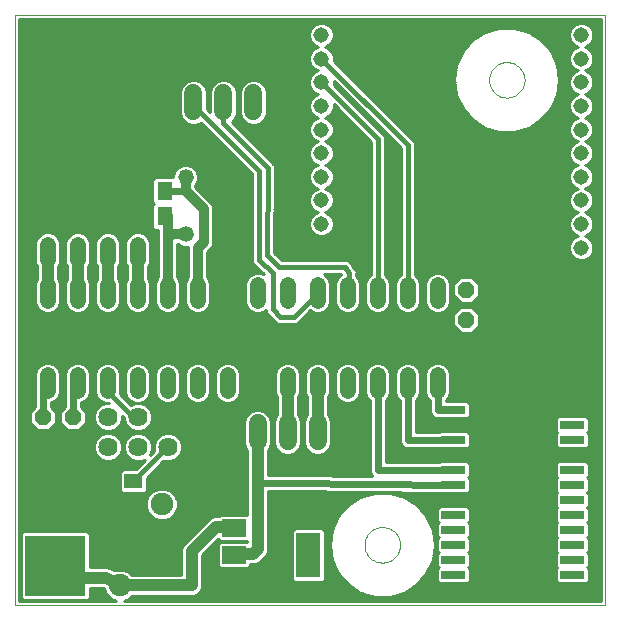
<source format=gbl>
G75*
G70*
%OFA0B0*%
%FSLAX24Y24*%
%IPPOS*%
%LPD*%
%AMOC8*
5,1,8,0,0,1.08239X$1,22.5*
%
%ADD10C,0.0000*%
%ADD11R,0.0800X0.0260*%
%ADD12C,0.0640*%
%ADD13R,0.0790X0.0590*%
%ADD14R,0.0790X0.1500*%
%ADD15R,0.1000X0.2000*%
%ADD16C,0.0520*%
%ADD17C,0.0600*%
%ADD18C,0.0515*%
%ADD19C,0.0750*%
%ADD20OC8,0.0750*%
%ADD21C,0.0520*%
%ADD22R,0.0512X0.0630*%
%ADD23OC8,0.0560*%
%ADD24R,0.0591X0.0512*%
%ADD25C,0.0160*%
%ADD26C,0.0100*%
%ADD27C,0.0240*%
%ADD28C,0.0400*%
%ADD29C,0.0560*%
%ADD30C,0.0320*%
D10*
X001189Y005227D02*
X001189Y024912D01*
X020874Y024912D01*
X020874Y005227D01*
X001189Y005227D01*
X012848Y007240D02*
X012850Y007288D01*
X012856Y007336D01*
X012866Y007383D01*
X012879Y007429D01*
X012897Y007474D01*
X012917Y007518D01*
X012942Y007560D01*
X012970Y007599D01*
X013000Y007636D01*
X013034Y007670D01*
X013071Y007702D01*
X013109Y007731D01*
X013150Y007756D01*
X013193Y007778D01*
X013238Y007796D01*
X013284Y007810D01*
X013331Y007821D01*
X013379Y007828D01*
X013427Y007831D01*
X013475Y007830D01*
X013523Y007825D01*
X013571Y007816D01*
X013617Y007804D01*
X013662Y007787D01*
X013706Y007767D01*
X013748Y007744D01*
X013788Y007717D01*
X013826Y007687D01*
X013861Y007654D01*
X013893Y007618D01*
X013923Y007580D01*
X013949Y007539D01*
X013971Y007496D01*
X013991Y007452D01*
X014006Y007407D01*
X014018Y007360D01*
X014026Y007312D01*
X014030Y007264D01*
X014030Y007216D01*
X014026Y007168D01*
X014018Y007120D01*
X014006Y007073D01*
X013991Y007028D01*
X013971Y006984D01*
X013949Y006941D01*
X013923Y006900D01*
X013893Y006862D01*
X013861Y006826D01*
X013826Y006793D01*
X013788Y006763D01*
X013748Y006736D01*
X013706Y006713D01*
X013662Y006693D01*
X013617Y006676D01*
X013571Y006664D01*
X013523Y006655D01*
X013475Y006650D01*
X013427Y006649D01*
X013379Y006652D01*
X013331Y006659D01*
X013284Y006670D01*
X013238Y006684D01*
X013193Y006702D01*
X013150Y006724D01*
X013109Y006749D01*
X013071Y006778D01*
X013034Y006810D01*
X013000Y006844D01*
X012970Y006881D01*
X012942Y006920D01*
X012917Y006962D01*
X012897Y007006D01*
X012879Y007051D01*
X012866Y007097D01*
X012856Y007144D01*
X012850Y007192D01*
X012848Y007240D01*
X016998Y022740D02*
X017000Y022788D01*
X017006Y022836D01*
X017016Y022883D01*
X017029Y022929D01*
X017047Y022974D01*
X017067Y023018D01*
X017092Y023060D01*
X017120Y023099D01*
X017150Y023136D01*
X017184Y023170D01*
X017221Y023202D01*
X017259Y023231D01*
X017300Y023256D01*
X017343Y023278D01*
X017388Y023296D01*
X017434Y023310D01*
X017481Y023321D01*
X017529Y023328D01*
X017577Y023331D01*
X017625Y023330D01*
X017673Y023325D01*
X017721Y023316D01*
X017767Y023304D01*
X017812Y023287D01*
X017856Y023267D01*
X017898Y023244D01*
X017938Y023217D01*
X017976Y023187D01*
X018011Y023154D01*
X018043Y023118D01*
X018073Y023080D01*
X018099Y023039D01*
X018121Y022996D01*
X018141Y022952D01*
X018156Y022907D01*
X018168Y022860D01*
X018176Y022812D01*
X018180Y022764D01*
X018180Y022716D01*
X018176Y022668D01*
X018168Y022620D01*
X018156Y022573D01*
X018141Y022528D01*
X018121Y022484D01*
X018099Y022441D01*
X018073Y022400D01*
X018043Y022362D01*
X018011Y022326D01*
X017976Y022293D01*
X017938Y022263D01*
X017898Y022236D01*
X017856Y022213D01*
X017812Y022193D01*
X017767Y022176D01*
X017721Y022164D01*
X017673Y022155D01*
X017625Y022150D01*
X017577Y022149D01*
X017529Y022152D01*
X017481Y022159D01*
X017434Y022170D01*
X017388Y022184D01*
X017343Y022202D01*
X017300Y022224D01*
X017259Y022249D01*
X017221Y022278D01*
X017184Y022310D01*
X017150Y022344D01*
X017120Y022381D01*
X017092Y022420D01*
X017067Y022462D01*
X017047Y022506D01*
X017029Y022551D01*
X017016Y022597D01*
X017006Y022644D01*
X017000Y022692D01*
X016998Y022740D01*
D11*
X015809Y011740D03*
X015809Y011240D03*
X015809Y010740D03*
X015809Y010240D03*
X015809Y009740D03*
X015809Y009240D03*
X015809Y008740D03*
X015809Y008240D03*
X015809Y007740D03*
X015809Y007240D03*
X015809Y006740D03*
X015809Y006240D03*
X019769Y006240D03*
X019769Y006740D03*
X019769Y007240D03*
X019769Y007740D03*
X019769Y008240D03*
X019769Y008740D03*
X019769Y009240D03*
X019769Y009740D03*
X019769Y010240D03*
X019769Y010740D03*
X019769Y011240D03*
X019769Y011740D03*
D12*
X006289Y011490D03*
X006289Y010490D03*
X005289Y010490D03*
X005289Y011490D03*
X004289Y011490D03*
X004289Y010490D03*
D13*
X008499Y007800D03*
X008499Y006900D03*
X008499Y006000D03*
D14*
X010979Y006890D03*
D15*
X003039Y006540D03*
X002039Y006540D03*
X002039Y008790D03*
X003039Y008790D03*
D16*
X003289Y012380D02*
X003289Y012900D01*
X002289Y012900D02*
X002289Y012380D01*
X002289Y015380D02*
X002289Y015900D01*
X002289Y016730D02*
X002289Y017250D01*
X003289Y017250D02*
X003289Y016730D01*
X003289Y015900D02*
X003289Y015380D01*
X004289Y015380D02*
X004289Y015900D01*
X004289Y016730D02*
X004289Y017250D01*
X005289Y017250D02*
X005289Y016730D01*
X005289Y015900D02*
X005289Y015380D01*
X006289Y015380D02*
X006289Y015900D01*
X007289Y015900D02*
X007289Y015380D01*
X008289Y015380D02*
X008289Y015900D01*
X009289Y015900D02*
X009289Y015380D01*
X010289Y015380D02*
X010289Y015900D01*
X011289Y015900D02*
X011289Y015380D01*
X012289Y015380D02*
X012289Y015900D01*
X013289Y015900D02*
X013289Y015380D01*
X014289Y015380D02*
X014289Y015900D01*
X015289Y015900D02*
X015289Y015380D01*
X015289Y012900D02*
X015289Y012380D01*
X014289Y012380D02*
X014289Y012900D01*
X013289Y012900D02*
X013289Y012380D01*
X012289Y012380D02*
X012289Y012900D01*
X011289Y012900D02*
X011289Y012380D01*
X010289Y012380D02*
X010289Y012900D01*
X009289Y012900D02*
X009289Y012380D01*
X008289Y012380D02*
X008289Y012900D01*
X007289Y012900D02*
X007289Y012380D01*
X006289Y012380D02*
X006289Y012900D01*
X005289Y012900D02*
X005289Y012380D01*
X004289Y012380D02*
X004289Y012900D01*
X004289Y019730D02*
X004289Y020250D01*
X005289Y020250D02*
X005289Y019730D01*
X003289Y019730D02*
X003289Y020250D01*
X002289Y020250D02*
X002289Y019730D01*
D17*
X006139Y021690D02*
X006139Y022290D01*
X007139Y022290D02*
X007139Y021690D01*
X008139Y021690D02*
X008139Y022290D01*
X009139Y022290D02*
X009139Y021690D01*
X009289Y011290D02*
X009289Y010690D01*
X010289Y010690D02*
X010289Y011290D01*
X011289Y011290D02*
X011289Y010690D01*
X012289Y010690D02*
X012289Y011290D01*
D18*
X011409Y017147D03*
X011409Y017934D03*
X011409Y018722D03*
X011409Y019509D03*
X011409Y020296D03*
X011409Y021084D03*
X011409Y021871D03*
X011409Y022659D03*
X011409Y023446D03*
X011409Y024233D03*
X020070Y024233D03*
X020070Y023446D03*
X020070Y022659D03*
X020070Y021871D03*
X020070Y021084D03*
X020070Y020296D03*
X020070Y019509D03*
X020070Y018722D03*
X020070Y017934D03*
X020070Y017147D03*
D19*
X006089Y008590D03*
X004689Y005890D03*
D20*
X004689Y007890D03*
X008089Y008590D03*
D21*
X006889Y017590D03*
X006889Y019490D03*
D22*
X006183Y019040D03*
X005396Y019040D03*
X005396Y018190D03*
X006183Y018190D03*
D23*
X003139Y011490D03*
X003139Y010490D03*
X002139Y010490D03*
X002139Y011490D03*
X016239Y014740D03*
X016239Y015740D03*
X017239Y015740D03*
X017239Y014740D03*
D24*
X005139Y009364D03*
X005139Y008616D03*
D25*
X005139Y009364D02*
X006265Y010490D01*
X006289Y010490D01*
X005289Y011490D02*
X005139Y011490D01*
X004389Y012240D01*
X004389Y012540D01*
X004289Y012640D01*
X009339Y016740D02*
X009789Y016290D01*
X009789Y015090D01*
X010039Y014840D01*
X010489Y014840D01*
X011289Y015640D01*
X012289Y015640D02*
X012339Y015690D01*
X012339Y016290D01*
X012189Y016490D01*
X009989Y016490D01*
X009589Y016890D01*
X009639Y019790D01*
X008139Y021290D01*
X008139Y021990D01*
X007139Y021990D02*
X007139Y021890D01*
X009339Y019690D01*
X009339Y016740D01*
X013289Y020778D02*
X011409Y022659D01*
X011409Y023446D02*
X014289Y020565D01*
X014289Y015640D01*
X013289Y015640D02*
X013289Y020778D01*
D26*
X013519Y020802D02*
X013728Y020802D01*
X013826Y020703D02*
X013519Y020703D01*
X013519Y020605D02*
X013925Y020605D01*
X014023Y020506D02*
X013519Y020506D01*
X013519Y020407D02*
X014059Y020407D01*
X014059Y020470D02*
X014059Y016249D01*
X014057Y016248D01*
X013942Y016132D01*
X013879Y015982D01*
X013879Y015299D01*
X013942Y015148D01*
X014057Y015032D01*
X014208Y014970D01*
X014371Y014970D01*
X014521Y015032D01*
X014637Y015148D01*
X014699Y015299D01*
X014699Y015982D01*
X014637Y016132D01*
X014521Y016248D01*
X014519Y016249D01*
X014519Y020661D01*
X014385Y020795D01*
X011816Y023364D01*
X015970Y023364D01*
X016015Y023462D02*
X011816Y023462D01*
X011816Y023527D02*
X011754Y023677D01*
X011639Y023791D01*
X011523Y023840D01*
X011639Y023888D01*
X011754Y024003D01*
X011816Y024152D01*
X016583Y024152D01*
X016443Y024063D02*
X016862Y024332D01*
X016862Y024332D01*
X017340Y024472D01*
X017838Y024472D01*
X018316Y024332D01*
X018316Y024332D01*
X018735Y024063D01*
X018735Y024063D01*
X019061Y023686D01*
X019061Y023686D01*
X019268Y023233D01*
X019339Y022740D01*
X019268Y022247D01*
X019268Y022247D01*
X019061Y021794D01*
X019061Y021794D01*
X018735Y021418D01*
X018735Y021418D01*
X018735Y021418D01*
X018316Y021148D01*
X018316Y021148D01*
X017838Y021008D01*
X017838Y021008D01*
X017340Y021008D01*
X017340Y021008D01*
X016862Y021148D01*
X016862Y021148D01*
X016443Y021418D01*
X016443Y021418D01*
X016117Y021794D01*
X016117Y021794D01*
X015910Y022247D01*
X015910Y022247D01*
X015839Y022740D01*
X015839Y022740D01*
X015910Y023233D01*
X015910Y023233D01*
X016117Y023686D01*
X016117Y023686D01*
X016443Y024063D01*
X016436Y024054D02*
X011775Y024054D01*
X011816Y024152D02*
X011816Y024314D01*
X011754Y024464D01*
X011639Y024579D01*
X011490Y024641D01*
X011327Y024641D01*
X011178Y024579D01*
X011063Y024464D01*
X011001Y024314D01*
X011001Y024152D01*
X001339Y024152D01*
X001339Y024054D02*
X011042Y024054D01*
X011063Y024003D02*
X011178Y023888D01*
X011294Y023840D01*
X011178Y023791D01*
X011063Y023677D01*
X011001Y023527D01*
X011001Y023365D01*
X011063Y023215D01*
X011178Y023101D01*
X011294Y023052D01*
X011178Y023004D01*
X011063Y022889D01*
X011001Y022740D01*
X011001Y022577D01*
X011063Y022428D01*
X011178Y022313D01*
X011294Y022265D01*
X011178Y022217D01*
X011063Y022102D01*
X011001Y021952D01*
X011001Y021790D01*
X011063Y021640D01*
X011178Y021526D01*
X011294Y021477D01*
X011178Y021429D01*
X011063Y021315D01*
X011001Y021165D01*
X011001Y021003D01*
X011063Y020853D01*
X011178Y020738D01*
X011294Y020690D01*
X011178Y020642D01*
X011063Y020527D01*
X011001Y020377D01*
X011001Y020215D01*
X011063Y020066D01*
X011178Y019951D01*
X011294Y019903D01*
X011178Y019854D01*
X011063Y019740D01*
X011001Y019590D01*
X011001Y019428D01*
X011063Y019278D01*
X011178Y019164D01*
X011294Y019115D01*
X011178Y019067D01*
X011063Y018952D01*
X011001Y018803D01*
X011001Y018640D01*
X011063Y018491D01*
X011178Y018376D01*
X011294Y018328D01*
X011178Y018280D01*
X011063Y018165D01*
X011001Y018015D01*
X011001Y017853D01*
X011063Y017703D01*
X011178Y017589D01*
X011327Y017527D01*
X011490Y017527D01*
X011639Y017589D01*
X011754Y017703D01*
X011816Y017853D01*
X011816Y018015D01*
X011754Y018165D01*
X011639Y018280D01*
X011523Y018328D01*
X011639Y018376D01*
X011754Y018491D01*
X011816Y018640D01*
X011816Y018803D01*
X011754Y018952D01*
X011639Y019067D01*
X011523Y019115D01*
X011639Y019164D01*
X011754Y019278D01*
X011816Y019428D01*
X011816Y019590D01*
X011754Y019740D01*
X011639Y019854D01*
X011523Y019903D01*
X011639Y019951D01*
X011754Y020066D01*
X011816Y020215D01*
X011816Y020377D01*
X011754Y020527D01*
X011639Y020642D01*
X011523Y020690D01*
X011639Y020738D01*
X011754Y020853D01*
X011816Y021003D01*
X011816Y021165D01*
X011754Y021315D01*
X011639Y021429D01*
X011523Y021477D01*
X011639Y021526D01*
X011754Y021640D01*
X011816Y021790D01*
X011816Y021926D01*
X013059Y020683D01*
X013059Y016249D01*
X013057Y016248D01*
X012942Y016132D01*
X012879Y015982D01*
X012879Y015299D01*
X012942Y015148D01*
X013057Y015032D01*
X013208Y014970D01*
X013371Y014970D01*
X013521Y015032D01*
X013637Y015148D01*
X013699Y015299D01*
X013699Y015982D01*
X013637Y016132D01*
X013521Y016248D01*
X013519Y016249D01*
X013519Y020873D01*
X013385Y021008D01*
X011816Y022577D01*
X011816Y022713D01*
X014059Y020470D01*
X014059Y020309D02*
X013519Y020309D01*
X013519Y020210D02*
X014059Y020210D01*
X014059Y020112D02*
X013519Y020112D01*
X013519Y020013D02*
X014059Y020013D01*
X014059Y019915D02*
X013519Y019915D01*
X013519Y019816D02*
X014059Y019816D01*
X014059Y019718D02*
X013519Y019718D01*
X013519Y019619D02*
X014059Y019619D01*
X014059Y019521D02*
X013519Y019521D01*
X013519Y019422D02*
X014059Y019422D01*
X014059Y019324D02*
X013519Y019324D01*
X013519Y019225D02*
X014059Y019225D01*
X014059Y019126D02*
X013519Y019126D01*
X013519Y019028D02*
X014059Y019028D01*
X014059Y018929D02*
X013519Y018929D01*
X013519Y018831D02*
X014059Y018831D01*
X014059Y018732D02*
X013519Y018732D01*
X013519Y018634D02*
X014059Y018634D01*
X014059Y018535D02*
X013519Y018535D01*
X013519Y018437D02*
X014059Y018437D01*
X014059Y018338D02*
X013519Y018338D01*
X013519Y018240D02*
X014059Y018240D01*
X014059Y018141D02*
X013519Y018141D01*
X013519Y018042D02*
X014059Y018042D01*
X014059Y017944D02*
X013519Y017944D01*
X013519Y017845D02*
X014059Y017845D01*
X014059Y017747D02*
X013519Y017747D01*
X013519Y017648D02*
X014059Y017648D01*
X014059Y017550D02*
X013519Y017550D01*
X013519Y017451D02*
X014059Y017451D01*
X014059Y017353D02*
X013519Y017353D01*
X013519Y017254D02*
X014059Y017254D01*
X014059Y017156D02*
X013519Y017156D01*
X013519Y017057D02*
X014059Y017057D01*
X014059Y016958D02*
X013519Y016958D01*
X013519Y016860D02*
X014059Y016860D01*
X014059Y016761D02*
X013519Y016761D01*
X013519Y016663D02*
X014059Y016663D01*
X014059Y016564D02*
X013519Y016564D01*
X013519Y016466D02*
X014059Y016466D01*
X014059Y016367D02*
X013519Y016367D01*
X013519Y016269D02*
X014059Y016269D01*
X013980Y016170D02*
X013599Y016170D01*
X013662Y016072D02*
X013917Y016072D01*
X013879Y015973D02*
X013699Y015973D01*
X013699Y015874D02*
X013879Y015874D01*
X013879Y015776D02*
X013699Y015776D01*
X013699Y015677D02*
X013879Y015677D01*
X013879Y015579D02*
X013699Y015579D01*
X013699Y015480D02*
X013879Y015480D01*
X013879Y015382D02*
X013699Y015382D01*
X013693Y015283D02*
X013886Y015283D01*
X013926Y015185D02*
X013652Y015185D01*
X013575Y015086D02*
X014003Y015086D01*
X014165Y014988D02*
X013413Y014988D01*
X013165Y014988D02*
X012413Y014988D01*
X012371Y014970D02*
X012521Y015032D01*
X012637Y015148D01*
X012699Y015299D01*
X012699Y015982D01*
X012637Y016132D01*
X012569Y016200D01*
X012569Y016274D01*
X012580Y016352D01*
X012569Y016367D01*
X013059Y016367D01*
X013059Y016269D02*
X012569Y016269D01*
X012569Y016367D02*
X012569Y016385D01*
X012513Y016441D01*
X012419Y016567D01*
X012419Y016585D01*
X012363Y016641D01*
X012316Y016704D01*
X012298Y016707D01*
X012285Y016720D01*
X012206Y016720D01*
X012127Y016731D01*
X012113Y016720D01*
X010085Y016720D01*
X009821Y016984D01*
X009868Y019693D01*
X009869Y019695D01*
X009869Y019788D01*
X009871Y019881D01*
X009869Y019883D01*
X009869Y019885D01*
X009804Y019951D01*
X009739Y020018D01*
X009736Y020018D01*
X008420Y021334D01*
X008521Y021435D01*
X008589Y021601D01*
X008589Y022380D01*
X008521Y022545D01*
X008394Y022672D01*
X008229Y022740D01*
X008050Y022740D01*
X007884Y022672D01*
X007758Y022545D01*
X007689Y022380D01*
X007689Y021665D01*
X007589Y021765D01*
X007589Y022380D01*
X007521Y022545D01*
X007394Y022672D01*
X007229Y022740D01*
X007050Y022740D01*
X006884Y022672D01*
X006758Y022545D01*
X006689Y022380D01*
X006689Y021601D01*
X006758Y021435D01*
X006884Y021309D01*
X007050Y021240D01*
X007229Y021240D01*
X007394Y021309D01*
X007395Y021309D01*
X009109Y019595D01*
X009109Y016835D01*
X009109Y016645D01*
X009496Y016258D01*
X009371Y016310D01*
X009208Y016310D01*
X009057Y016248D01*
X008942Y016132D01*
X008879Y015982D01*
X008879Y015299D01*
X008942Y015148D01*
X009057Y015032D01*
X009208Y014970D01*
X009371Y014970D01*
X009521Y015032D01*
X009559Y015070D01*
X009559Y014995D01*
X009809Y014745D01*
X009944Y014610D01*
X010394Y014610D01*
X010585Y014610D01*
X011032Y015058D01*
X011057Y015032D01*
X011208Y014970D01*
X011371Y014970D01*
X011521Y015032D01*
X011637Y015148D01*
X011699Y015299D01*
X011699Y015982D01*
X011637Y016132D01*
X011521Y016248D01*
X011491Y016260D01*
X012074Y016260D01*
X012077Y016256D01*
X012057Y016248D01*
X011942Y016132D01*
X011879Y015982D01*
X011879Y015299D01*
X011942Y015148D01*
X012057Y015032D01*
X012208Y014970D01*
X012371Y014970D01*
X012165Y014988D02*
X011413Y014988D01*
X011575Y015086D02*
X012003Y015086D01*
X011926Y015185D02*
X011652Y015185D01*
X011693Y015283D02*
X011886Y015283D01*
X011879Y015382D02*
X011699Y015382D01*
X011699Y015480D02*
X011879Y015480D01*
X011879Y015579D02*
X011699Y015579D01*
X011699Y015677D02*
X011879Y015677D01*
X011879Y015776D02*
X011699Y015776D01*
X011699Y015874D02*
X011879Y015874D01*
X011879Y015973D02*
X011699Y015973D01*
X011662Y016072D02*
X011917Y016072D01*
X011980Y016170D02*
X011599Y016170D01*
X012347Y016663D02*
X013059Y016663D01*
X013059Y016761D02*
X010043Y016761D01*
X009945Y016860D02*
X013059Y016860D01*
X013059Y016958D02*
X009846Y016958D01*
X009822Y017057D02*
X013059Y017057D01*
X013059Y017156D02*
X009824Y017156D01*
X009826Y017254D02*
X013059Y017254D01*
X013059Y017353D02*
X009827Y017353D01*
X009829Y017451D02*
X013059Y017451D01*
X013059Y017550D02*
X011545Y017550D01*
X011699Y017648D02*
X013059Y017648D01*
X013059Y017747D02*
X011772Y017747D01*
X011813Y017845D02*
X013059Y017845D01*
X013059Y017944D02*
X011816Y017944D01*
X011805Y018042D02*
X013059Y018042D01*
X013059Y018141D02*
X011764Y018141D01*
X011679Y018240D02*
X013059Y018240D01*
X013059Y018338D02*
X011547Y018338D01*
X011700Y018437D02*
X013059Y018437D01*
X013059Y018535D02*
X011772Y018535D01*
X011813Y018634D02*
X013059Y018634D01*
X013059Y018732D02*
X011816Y018732D01*
X011804Y018831D02*
X013059Y018831D01*
X013059Y018929D02*
X011764Y018929D01*
X011678Y019028D02*
X013059Y019028D01*
X013059Y019126D02*
X011550Y019126D01*
X011701Y019225D02*
X013059Y019225D01*
X013059Y019324D02*
X011773Y019324D01*
X011814Y019422D02*
X013059Y019422D01*
X013059Y019521D02*
X011816Y019521D01*
X011804Y019619D02*
X013059Y019619D01*
X013059Y019718D02*
X011763Y019718D01*
X011678Y019816D02*
X013059Y019816D01*
X013059Y019915D02*
X011552Y019915D01*
X011702Y020013D02*
X013059Y020013D01*
X013059Y020112D02*
X011773Y020112D01*
X011814Y020210D02*
X013059Y020210D01*
X013059Y020309D02*
X011816Y020309D01*
X011804Y020407D02*
X013059Y020407D01*
X013059Y020506D02*
X011763Y020506D01*
X011677Y020605D02*
X013059Y020605D01*
X013039Y020703D02*
X011554Y020703D01*
X011703Y020802D02*
X012940Y020802D01*
X012842Y020900D02*
X011774Y020900D01*
X011814Y020999D02*
X012743Y020999D01*
X012645Y021097D02*
X011816Y021097D01*
X011803Y021196D02*
X012546Y021196D01*
X012448Y021294D02*
X011762Y021294D01*
X011676Y021393D02*
X012349Y021393D01*
X012250Y021491D02*
X011557Y021491D01*
X011704Y021590D02*
X012152Y021590D01*
X012053Y021689D02*
X011774Y021689D01*
X011815Y021787D02*
X011955Y021787D01*
X011856Y021886D02*
X011816Y021886D01*
X012113Y022280D02*
X012249Y022280D01*
X012211Y022181D02*
X012348Y022181D01*
X012310Y022083D02*
X012447Y022083D01*
X012408Y021984D02*
X012545Y021984D01*
X012507Y021886D02*
X012644Y021886D01*
X012605Y021787D02*
X012742Y021787D01*
X012704Y021689D02*
X012841Y021689D01*
X012802Y021590D02*
X012939Y021590D01*
X012901Y021491D02*
X013038Y021491D01*
X012999Y021393D02*
X013136Y021393D01*
X013098Y021294D02*
X013235Y021294D01*
X013197Y021196D02*
X013333Y021196D01*
X013295Y021097D02*
X013432Y021097D01*
X013394Y020999D02*
X013531Y020999D01*
X013492Y020900D02*
X013629Y020900D01*
X013984Y021196D02*
X016788Y021196D01*
X016635Y021294D02*
X013885Y021294D01*
X013787Y021393D02*
X016482Y021393D01*
X016379Y021491D02*
X013688Y021491D01*
X013590Y021590D02*
X016294Y021590D01*
X016208Y021689D02*
X013491Y021689D01*
X013393Y021787D02*
X016123Y021787D01*
X016075Y021886D02*
X013294Y021886D01*
X013196Y021984D02*
X016030Y021984D01*
X015985Y022083D02*
X013097Y022083D01*
X012999Y022181D02*
X015940Y022181D01*
X015905Y022280D02*
X012900Y022280D01*
X012801Y022378D02*
X015891Y022378D01*
X015877Y022477D02*
X012703Y022477D01*
X012604Y022575D02*
X015863Y022575D01*
X015849Y022674D02*
X012506Y022674D01*
X012407Y022773D02*
X015844Y022773D01*
X015858Y022871D02*
X012309Y022871D01*
X012210Y022970D02*
X015872Y022970D01*
X015886Y023068D02*
X012112Y023068D01*
X012013Y023167D02*
X015901Y023167D01*
X015925Y023265D02*
X011915Y023265D01*
X011816Y023364D02*
X011816Y023365D01*
X011816Y023527D01*
X011802Y023561D02*
X016060Y023561D01*
X016105Y023659D02*
X011761Y023659D01*
X011673Y023758D02*
X016179Y023758D01*
X016265Y023856D02*
X011563Y023856D01*
X011706Y023955D02*
X016350Y023955D01*
X016736Y024251D02*
X011816Y024251D01*
X011802Y024349D02*
X016921Y024349D01*
X017257Y024448D02*
X011761Y024448D01*
X011672Y024546D02*
X019807Y024546D01*
X019839Y024579D02*
X019725Y024464D01*
X019663Y024314D01*
X019663Y024152D01*
X018596Y024152D01*
X018743Y024054D02*
X019703Y024054D01*
X019725Y024003D02*
X019839Y023888D01*
X019956Y023840D01*
X019839Y023791D01*
X019725Y023677D01*
X019663Y023527D01*
X019663Y023365D01*
X019725Y023215D01*
X019839Y023101D01*
X019956Y023052D01*
X019839Y023004D01*
X019725Y022889D01*
X019663Y022740D01*
X019663Y022577D01*
X019725Y022428D01*
X019839Y022313D01*
X019956Y022265D01*
X019839Y022217D01*
X019725Y022102D01*
X019663Y021952D01*
X019663Y021790D01*
X019725Y021640D01*
X019839Y021526D01*
X019956Y021477D01*
X019839Y021429D01*
X019725Y021315D01*
X019663Y021165D01*
X019663Y021003D01*
X019725Y020853D01*
X019839Y020738D01*
X019956Y020690D01*
X019839Y020642D01*
X019725Y020527D01*
X019663Y020377D01*
X019663Y020215D01*
X019725Y020066D01*
X019839Y019951D01*
X019956Y019903D01*
X019839Y019854D01*
X019725Y019740D01*
X019663Y019590D01*
X019663Y019428D01*
X019725Y019278D01*
X019839Y019164D01*
X019956Y019115D01*
X019839Y019067D01*
X019725Y018952D01*
X019663Y018803D01*
X019663Y018640D01*
X019725Y018491D01*
X019839Y018376D01*
X019956Y018328D01*
X019839Y018280D01*
X019725Y018165D01*
X019663Y018015D01*
X019663Y017853D01*
X019725Y017703D01*
X019839Y017589D01*
X019956Y017540D01*
X019839Y017492D01*
X019725Y017378D01*
X019663Y017228D01*
X019663Y017066D01*
X019725Y016916D01*
X019839Y016801D01*
X019989Y016739D01*
X020151Y016739D01*
X020301Y016801D01*
X020415Y016916D01*
X020477Y017066D01*
X020477Y017228D01*
X020415Y017378D01*
X020301Y017492D01*
X020184Y017540D01*
X020301Y017589D01*
X020415Y017703D01*
X020477Y017853D01*
X020477Y018015D01*
X020415Y018165D01*
X020301Y018280D01*
X020184Y018328D01*
X020301Y018376D01*
X020415Y018491D01*
X020477Y018640D01*
X020477Y018803D01*
X020415Y018952D01*
X020301Y019067D01*
X020184Y019115D01*
X020301Y019164D01*
X020415Y019278D01*
X020477Y019428D01*
X020477Y019590D01*
X020415Y019740D01*
X020301Y019854D01*
X020184Y019903D01*
X020301Y019951D01*
X020415Y020066D01*
X020477Y020215D01*
X020477Y020377D01*
X020415Y020527D01*
X020301Y020642D01*
X020184Y020690D01*
X020301Y020738D01*
X020415Y020853D01*
X020477Y021003D01*
X020477Y021165D01*
X020415Y021315D01*
X020301Y021429D01*
X020184Y021477D01*
X020301Y021526D01*
X020415Y021640D01*
X020477Y021790D01*
X020477Y021952D01*
X020415Y022102D01*
X020301Y022217D01*
X020184Y022265D01*
X020301Y022313D01*
X020415Y022428D01*
X020477Y022577D01*
X020477Y022740D01*
X020415Y022889D01*
X020301Y023004D01*
X020184Y023052D01*
X020301Y023101D01*
X020415Y023215D01*
X020477Y023365D01*
X020477Y023527D01*
X020415Y023677D01*
X020301Y023791D01*
X020184Y023840D01*
X020301Y023888D01*
X020415Y024003D01*
X020477Y024152D01*
X020724Y024152D01*
X020724Y024054D02*
X020437Y024054D01*
X020477Y024152D02*
X020477Y024314D01*
X020415Y024464D01*
X020301Y024579D01*
X020151Y024641D01*
X019989Y024641D01*
X019839Y024579D01*
X019718Y024448D02*
X017922Y024448D01*
X018257Y024349D02*
X019677Y024349D01*
X019663Y024251D02*
X018443Y024251D01*
X018829Y023955D02*
X019772Y023955D01*
X019725Y024003D02*
X019663Y024152D01*
X019806Y023758D02*
X018999Y023758D01*
X019074Y023659D02*
X019717Y023659D01*
X019677Y023561D02*
X019119Y023561D01*
X019164Y023462D02*
X019663Y023462D01*
X019663Y023364D02*
X019209Y023364D01*
X019254Y023265D02*
X019704Y023265D01*
X019773Y023167D02*
X019278Y023167D01*
X019268Y023233D02*
X019268Y023233D01*
X019292Y023068D02*
X019917Y023068D01*
X019805Y022970D02*
X019306Y022970D01*
X019320Y022871D02*
X019717Y022871D01*
X019676Y022773D02*
X019335Y022773D01*
X019330Y022674D02*
X019663Y022674D01*
X019663Y022575D02*
X019316Y022575D01*
X019301Y022477D02*
X019704Y022477D01*
X019774Y022378D02*
X019287Y022378D01*
X019273Y022280D02*
X019920Y022280D01*
X019804Y022181D02*
X019238Y022181D01*
X019193Y022083D02*
X019717Y022083D01*
X019676Y021984D02*
X019148Y021984D01*
X019103Y021886D02*
X019663Y021886D01*
X019664Y021787D02*
X019056Y021787D01*
X018970Y021689D02*
X019705Y021689D01*
X019775Y021590D02*
X018885Y021590D01*
X018799Y021491D02*
X019922Y021491D01*
X019803Y021393D02*
X018697Y021393D01*
X018544Y021294D02*
X019716Y021294D01*
X019675Y021196D02*
X018390Y021196D01*
X018143Y021097D02*
X019663Y021097D01*
X019664Y020999D02*
X014181Y020999D01*
X014082Y021097D02*
X017036Y021097D01*
X018914Y023856D02*
X019915Y023856D01*
X020225Y023856D02*
X020724Y023856D01*
X020724Y023758D02*
X020334Y023758D01*
X020423Y023659D02*
X020724Y023659D01*
X020724Y023561D02*
X020463Y023561D01*
X020477Y023462D02*
X020724Y023462D01*
X020724Y023364D02*
X020477Y023364D01*
X020436Y023265D02*
X020724Y023265D01*
X020724Y023167D02*
X020367Y023167D01*
X020223Y023068D02*
X020724Y023068D01*
X020724Y022970D02*
X020335Y022970D01*
X020423Y022871D02*
X020724Y022871D01*
X020724Y022773D02*
X020464Y022773D01*
X020477Y022674D02*
X020724Y022674D01*
X020724Y022575D02*
X020477Y022575D01*
X020436Y022477D02*
X020724Y022477D01*
X020724Y022378D02*
X020366Y022378D01*
X020220Y022280D02*
X020724Y022280D01*
X020724Y022181D02*
X020336Y022181D01*
X020423Y022083D02*
X020724Y022083D01*
X020724Y021984D02*
X020464Y021984D01*
X020477Y021886D02*
X020724Y021886D01*
X020724Y021787D02*
X020476Y021787D01*
X020435Y021689D02*
X020724Y021689D01*
X020724Y021590D02*
X020365Y021590D01*
X020218Y021491D02*
X020724Y021491D01*
X020724Y021393D02*
X020337Y021393D01*
X020424Y021294D02*
X020724Y021294D01*
X020724Y021196D02*
X020465Y021196D01*
X020477Y021097D02*
X020724Y021097D01*
X020724Y020999D02*
X020476Y020999D01*
X020435Y020900D02*
X020724Y020900D01*
X020724Y020802D02*
X020364Y020802D01*
X020216Y020703D02*
X020724Y020703D01*
X020724Y020605D02*
X020338Y020605D01*
X020424Y020506D02*
X020724Y020506D01*
X020724Y020407D02*
X020465Y020407D01*
X020477Y020309D02*
X020724Y020309D01*
X020724Y020210D02*
X020475Y020210D01*
X020435Y020112D02*
X020724Y020112D01*
X020724Y020013D02*
X020363Y020013D01*
X020213Y019915D02*
X020724Y019915D01*
X020724Y019816D02*
X020339Y019816D01*
X020425Y019718D02*
X020724Y019718D01*
X020724Y019619D02*
X020465Y019619D01*
X020477Y019521D02*
X020724Y019521D01*
X020724Y019422D02*
X020475Y019422D01*
X020434Y019324D02*
X020724Y019324D01*
X020724Y019225D02*
X020362Y019225D01*
X020211Y019126D02*
X020724Y019126D01*
X020724Y019028D02*
X020340Y019028D01*
X020425Y018929D02*
X020724Y018929D01*
X020724Y018831D02*
X020466Y018831D01*
X020477Y018732D02*
X020724Y018732D01*
X020724Y018634D02*
X020475Y018634D01*
X020434Y018535D02*
X020724Y018535D01*
X020724Y018437D02*
X020361Y018437D01*
X020209Y018338D02*
X020724Y018338D01*
X020724Y018240D02*
X020341Y018240D01*
X020425Y018141D02*
X020724Y018141D01*
X020724Y018042D02*
X020466Y018042D01*
X020477Y017944D02*
X020724Y017944D01*
X020724Y017845D02*
X020474Y017845D01*
X020433Y017747D02*
X020724Y017747D01*
X020724Y017648D02*
X020360Y017648D01*
X020207Y017550D02*
X020724Y017550D01*
X020724Y017451D02*
X020342Y017451D01*
X020426Y017353D02*
X020724Y017353D01*
X020724Y017254D02*
X020467Y017254D01*
X020477Y017156D02*
X020724Y017156D01*
X020724Y017057D02*
X020474Y017057D01*
X020433Y016958D02*
X020724Y016958D01*
X020724Y016860D02*
X020359Y016860D01*
X020204Y016761D02*
X020724Y016761D01*
X020724Y016663D02*
X014519Y016663D01*
X014519Y016761D02*
X019936Y016761D01*
X019781Y016860D02*
X014519Y016860D01*
X014519Y016958D02*
X019707Y016958D01*
X019666Y017057D02*
X014519Y017057D01*
X014519Y017156D02*
X019663Y017156D01*
X019673Y017254D02*
X014519Y017254D01*
X014519Y017353D02*
X019714Y017353D01*
X019798Y017451D02*
X014519Y017451D01*
X014519Y017550D02*
X019933Y017550D01*
X019780Y017648D02*
X014519Y017648D01*
X014519Y017747D02*
X019707Y017747D01*
X019666Y017845D02*
X014519Y017845D01*
X014519Y017944D02*
X019663Y017944D01*
X019674Y018042D02*
X014519Y018042D01*
X014519Y018141D02*
X019715Y018141D01*
X019799Y018240D02*
X014519Y018240D01*
X014519Y018338D02*
X019931Y018338D01*
X019779Y018437D02*
X014519Y018437D01*
X014519Y018535D02*
X019706Y018535D01*
X019665Y018634D02*
X014519Y018634D01*
X014519Y018732D02*
X019663Y018732D01*
X019674Y018831D02*
X014519Y018831D01*
X014519Y018929D02*
X019715Y018929D01*
X019800Y019028D02*
X014519Y019028D01*
X014519Y019126D02*
X019929Y019126D01*
X019778Y019225D02*
X014519Y019225D01*
X014519Y019324D02*
X019706Y019324D01*
X019665Y019422D02*
X014519Y019422D01*
X014519Y019521D02*
X019663Y019521D01*
X019675Y019619D02*
X014519Y019619D01*
X014519Y019718D02*
X019715Y019718D01*
X019801Y019816D02*
X014519Y019816D01*
X014519Y019915D02*
X019926Y019915D01*
X019777Y020013D02*
X014519Y020013D01*
X014519Y020112D02*
X019705Y020112D01*
X019665Y020210D02*
X014519Y020210D01*
X014519Y020309D02*
X019663Y020309D01*
X019675Y020407D02*
X014519Y020407D01*
X014519Y020506D02*
X019716Y020506D01*
X019802Y020605D02*
X014519Y020605D01*
X014477Y020703D02*
X019924Y020703D01*
X019776Y020802D02*
X014378Y020802D01*
X014280Y020900D02*
X019705Y020900D01*
X020368Y023955D02*
X020724Y023955D01*
X020724Y024251D02*
X020477Y024251D01*
X020463Y024349D02*
X020724Y024349D01*
X020724Y024448D02*
X020422Y024448D01*
X020333Y024546D02*
X020724Y024546D01*
X020724Y024645D02*
X001339Y024645D01*
X001339Y024743D02*
X020724Y024743D01*
X020724Y024762D02*
X020724Y005377D01*
X004822Y005377D01*
X004987Y005445D01*
X005082Y005540D01*
X007020Y005540D01*
X007159Y005540D01*
X007288Y005593D01*
X007386Y005692D01*
X007439Y005820D01*
X007439Y006895D01*
X007971Y007427D01*
X008042Y007355D01*
X008939Y007355D01*
X008939Y007345D01*
X008042Y007345D01*
X007954Y007257D01*
X007954Y006543D01*
X008042Y006455D01*
X008956Y006455D01*
X009044Y006543D01*
X009044Y006590D01*
X009209Y006590D01*
X009338Y006643D01*
X009436Y006742D01*
X009487Y006793D01*
X009488Y006793D02*
X009586Y006892D01*
X009639Y007020D01*
X009639Y009020D01*
X010339Y009020D01*
X015333Y008974D01*
X015347Y008960D01*
X016271Y008960D01*
X016359Y009048D01*
X016359Y009432D01*
X016301Y009490D01*
X016359Y009548D01*
X016359Y009932D01*
X016271Y010020D01*
X015347Y010020D01*
X015337Y010010D01*
X013559Y010010D01*
X013559Y012070D01*
X013637Y012148D01*
X013699Y012299D01*
X013699Y012982D01*
X013637Y013132D01*
X013521Y013248D01*
X013371Y013310D01*
X013208Y013310D01*
X013057Y013248D01*
X012942Y013132D01*
X012879Y012982D01*
X012879Y012299D01*
X012942Y012148D01*
X013019Y012070D01*
X013019Y009794D01*
X013019Y009686D01*
X013060Y009587D01*
X013113Y009535D01*
X010394Y009560D01*
X010393Y009560D01*
X010339Y009560D01*
X010288Y009561D01*
X010287Y009560D01*
X009639Y009560D01*
X009639Y010404D01*
X009671Y010435D01*
X009739Y010601D01*
X009739Y011380D01*
X009671Y011545D01*
X009544Y011672D01*
X009379Y011740D01*
X009200Y011740D01*
X009034Y011672D01*
X008908Y011545D01*
X008839Y011380D01*
X008839Y010601D01*
X008908Y010435D01*
X008939Y010404D01*
X008939Y009220D01*
X008939Y008245D01*
X008042Y008245D01*
X007987Y008190D01*
X007820Y008190D01*
X007691Y008137D01*
X007593Y008038D01*
X006793Y007238D01*
X006739Y007110D01*
X006739Y006970D01*
X006739Y006240D01*
X005082Y006240D01*
X004987Y006335D01*
X004794Y006415D01*
X004585Y006415D01*
X004516Y006387D01*
X004452Y006422D01*
X004438Y006437D01*
X004392Y006456D01*
X004348Y006480D01*
X004328Y006482D01*
X004309Y006490D01*
X004259Y006490D01*
X004210Y006496D01*
X004190Y006490D01*
X003689Y006490D01*
X003689Y007602D01*
X003601Y007690D01*
X002601Y007690D01*
X001477Y007690D01*
X001389Y007602D01*
X001389Y005478D01*
X001477Y005390D01*
X002601Y005390D01*
X003601Y005390D01*
X003689Y005478D01*
X003689Y005790D01*
X004149Y005790D01*
X004167Y005780D01*
X004244Y005593D01*
X004392Y005445D01*
X004556Y005377D01*
X001339Y005377D01*
X001339Y024762D01*
X020724Y024762D01*
X020724Y016564D02*
X014519Y016564D01*
X014519Y016466D02*
X020724Y016466D01*
X020724Y016367D02*
X014519Y016367D01*
X014519Y016269D02*
X015108Y016269D01*
X015057Y016248D02*
X014942Y016132D01*
X014879Y015982D01*
X014879Y015299D01*
X014942Y015148D01*
X015057Y015032D01*
X015208Y014970D01*
X015371Y014970D01*
X015521Y015032D01*
X015637Y015148D01*
X015699Y015299D01*
X015699Y015982D01*
X015637Y016132D01*
X015521Y016248D01*
X015371Y016310D01*
X015208Y016310D01*
X015057Y016248D01*
X014980Y016170D02*
X014599Y016170D01*
X014662Y016072D02*
X014917Y016072D01*
X014879Y015973D02*
X014699Y015973D01*
X014699Y015874D02*
X014879Y015874D01*
X014879Y015776D02*
X014699Y015776D01*
X014699Y015677D02*
X014879Y015677D01*
X014879Y015579D02*
X014699Y015579D01*
X014699Y015480D02*
X014879Y015480D01*
X014879Y015382D02*
X014699Y015382D01*
X014693Y015283D02*
X014886Y015283D01*
X014926Y015185D02*
X014652Y015185D01*
X014575Y015086D02*
X015003Y015086D01*
X015165Y014988D02*
X014413Y014988D01*
X015413Y014988D02*
X015879Y014988D01*
X015809Y014918D02*
X015809Y014562D01*
X016061Y014310D01*
X016417Y014310D01*
X016669Y014562D01*
X016669Y014918D01*
X016417Y015170D01*
X016061Y015170D01*
X015809Y014918D01*
X015809Y014889D02*
X010864Y014889D01*
X010962Y014988D02*
X011165Y014988D01*
X010765Y014791D02*
X015809Y014791D01*
X015809Y014692D02*
X010666Y014692D01*
X009862Y014692D02*
X001339Y014692D01*
X001339Y014791D02*
X009764Y014791D01*
X009665Y014889D02*
X001339Y014889D01*
X001339Y014988D02*
X002165Y014988D01*
X002208Y014970D02*
X002371Y014970D01*
X002521Y015032D01*
X002637Y015148D01*
X002699Y015299D01*
X002699Y015982D01*
X002639Y016126D01*
X002639Y016504D01*
X002699Y016649D01*
X002699Y017332D01*
X002637Y017482D01*
X002521Y017598D01*
X002371Y017660D01*
X002208Y017660D01*
X002057Y017598D01*
X001942Y017482D01*
X001879Y017332D01*
X001879Y016649D01*
X001939Y016504D01*
X001939Y016126D01*
X001879Y015982D01*
X001879Y015299D01*
X001942Y015148D01*
X002057Y015032D01*
X002208Y014970D01*
X002413Y014988D02*
X003165Y014988D01*
X003208Y014970D02*
X003057Y015032D01*
X002942Y015148D01*
X002879Y015299D01*
X002879Y015982D01*
X002939Y016126D01*
X002939Y016504D01*
X002879Y016649D01*
X002879Y017332D01*
X002942Y017482D01*
X003057Y017598D01*
X003208Y017660D01*
X003371Y017660D01*
X003521Y017598D01*
X003637Y017482D01*
X003699Y017332D01*
X003699Y016649D01*
X003639Y016504D01*
X003639Y016126D01*
X003699Y015982D01*
X003699Y015299D01*
X003637Y015148D01*
X003521Y015032D01*
X003371Y014970D01*
X003208Y014970D01*
X003413Y014988D02*
X004165Y014988D01*
X004208Y014970D02*
X004371Y014970D01*
X004521Y015032D01*
X004637Y015148D01*
X004699Y015299D01*
X004699Y015982D01*
X004639Y016126D01*
X004639Y016504D01*
X004699Y016649D01*
X004699Y017332D01*
X004637Y017482D01*
X004521Y017598D01*
X004371Y017660D01*
X004208Y017660D01*
X004057Y017598D01*
X003942Y017482D01*
X003879Y017332D01*
X003879Y016649D01*
X003939Y016504D01*
X003939Y016126D01*
X003879Y015982D01*
X003879Y015299D01*
X003942Y015148D01*
X004057Y015032D01*
X004208Y014970D01*
X004413Y014988D02*
X005165Y014988D01*
X005208Y014970D02*
X005371Y014970D01*
X005521Y015032D01*
X005637Y015148D01*
X005699Y015299D01*
X005699Y015982D01*
X005639Y016126D01*
X005639Y016504D01*
X005699Y016649D01*
X005699Y017332D01*
X005637Y017482D01*
X005521Y017598D01*
X005371Y017660D01*
X005208Y017660D01*
X005057Y017598D01*
X004942Y017482D01*
X004879Y017332D01*
X004879Y016649D01*
X004939Y016504D01*
X004939Y016126D01*
X004879Y015982D01*
X004879Y015299D01*
X004942Y015148D01*
X005057Y015032D01*
X005208Y014970D01*
X005413Y014988D02*
X006165Y014988D01*
X006208Y014970D02*
X006057Y015032D01*
X005942Y015148D01*
X005879Y015299D01*
X005879Y015982D01*
X005942Y016132D01*
X005979Y016170D01*
X005639Y016170D01*
X005639Y016269D02*
X005979Y016269D01*
X005979Y016367D02*
X005639Y016367D01*
X005639Y016466D02*
X005979Y016466D01*
X005979Y016564D02*
X005664Y016564D01*
X005699Y016663D02*
X005979Y016663D01*
X005979Y016761D02*
X005699Y016761D01*
X005699Y016860D02*
X005979Y016860D01*
X005979Y016958D02*
X005699Y016958D01*
X005699Y017057D02*
X005979Y017057D01*
X005979Y017156D02*
X005699Y017156D01*
X005699Y017254D02*
X005979Y017254D01*
X005979Y017353D02*
X005691Y017353D01*
X005650Y017451D02*
X005979Y017451D01*
X005979Y017378D02*
X005979Y016170D01*
X005917Y016072D02*
X005662Y016072D01*
X005699Y015973D02*
X005879Y015973D01*
X005879Y015874D02*
X005699Y015874D01*
X005699Y015776D02*
X005879Y015776D01*
X005879Y015677D02*
X005699Y015677D01*
X005699Y015579D02*
X005879Y015579D01*
X005879Y015480D02*
X005699Y015480D01*
X005699Y015382D02*
X005879Y015382D01*
X005886Y015283D02*
X005693Y015283D01*
X005652Y015185D02*
X005926Y015185D01*
X006003Y015086D02*
X005575Y015086D01*
X005003Y015086D02*
X004575Y015086D01*
X004652Y015185D02*
X004926Y015185D01*
X004886Y015283D02*
X004693Y015283D01*
X004699Y015382D02*
X004879Y015382D01*
X004879Y015480D02*
X004699Y015480D01*
X004699Y015579D02*
X004879Y015579D01*
X004879Y015677D02*
X004699Y015677D01*
X004699Y015776D02*
X004879Y015776D01*
X004879Y015874D02*
X004699Y015874D01*
X004699Y015973D02*
X004879Y015973D01*
X004917Y016072D02*
X004662Y016072D01*
X004639Y016170D02*
X004939Y016170D01*
X004939Y016269D02*
X004639Y016269D01*
X004639Y016367D02*
X004939Y016367D01*
X004939Y016466D02*
X004639Y016466D01*
X004664Y016564D02*
X004914Y016564D01*
X004879Y016663D02*
X004699Y016663D01*
X004699Y016761D02*
X004879Y016761D01*
X004879Y016860D02*
X004699Y016860D01*
X004699Y016958D02*
X004879Y016958D01*
X004879Y017057D02*
X004699Y017057D01*
X004699Y017156D02*
X004879Y017156D01*
X004879Y017254D02*
X004699Y017254D01*
X004691Y017353D02*
X004888Y017353D01*
X004929Y017451D02*
X004650Y017451D01*
X004569Y017550D02*
X005009Y017550D01*
X005179Y017648D02*
X004399Y017648D01*
X004179Y017648D02*
X003399Y017648D01*
X003569Y017550D02*
X004009Y017550D01*
X003929Y017451D02*
X003650Y017451D01*
X003691Y017353D02*
X003888Y017353D01*
X003879Y017254D02*
X003699Y017254D01*
X003699Y017156D02*
X003879Y017156D01*
X003879Y017057D02*
X003699Y017057D01*
X003699Y016958D02*
X003879Y016958D01*
X003879Y016860D02*
X003699Y016860D01*
X003699Y016761D02*
X003879Y016761D01*
X003879Y016663D02*
X003699Y016663D01*
X003664Y016564D02*
X003914Y016564D01*
X003939Y016466D02*
X003639Y016466D01*
X003639Y016367D02*
X003939Y016367D01*
X003939Y016269D02*
X003639Y016269D01*
X003639Y016170D02*
X003939Y016170D01*
X003917Y016072D02*
X003662Y016072D01*
X003699Y015973D02*
X003879Y015973D01*
X003879Y015874D02*
X003699Y015874D01*
X003699Y015776D02*
X003879Y015776D01*
X003879Y015677D02*
X003699Y015677D01*
X003699Y015579D02*
X003879Y015579D01*
X003879Y015480D02*
X003699Y015480D01*
X003699Y015382D02*
X003879Y015382D01*
X003886Y015283D02*
X003693Y015283D01*
X003652Y015185D02*
X003926Y015185D01*
X004003Y015086D02*
X003575Y015086D01*
X003003Y015086D02*
X002575Y015086D01*
X002652Y015185D02*
X002926Y015185D01*
X002886Y015283D02*
X002693Y015283D01*
X002699Y015382D02*
X002879Y015382D01*
X002879Y015480D02*
X002699Y015480D01*
X002699Y015579D02*
X002879Y015579D01*
X002879Y015677D02*
X002699Y015677D01*
X002699Y015776D02*
X002879Y015776D01*
X002879Y015874D02*
X002699Y015874D01*
X002699Y015973D02*
X002879Y015973D01*
X002917Y016072D02*
X002662Y016072D01*
X002639Y016170D02*
X002939Y016170D01*
X002939Y016269D02*
X002639Y016269D01*
X002639Y016367D02*
X002939Y016367D01*
X002939Y016466D02*
X002639Y016466D01*
X002664Y016564D02*
X002914Y016564D01*
X002879Y016663D02*
X002699Y016663D01*
X002699Y016761D02*
X002879Y016761D01*
X002879Y016860D02*
X002699Y016860D01*
X002699Y016958D02*
X002879Y016958D01*
X002879Y017057D02*
X002699Y017057D01*
X002699Y017156D02*
X002879Y017156D01*
X002879Y017254D02*
X002699Y017254D01*
X002691Y017353D02*
X002888Y017353D01*
X002929Y017451D02*
X002650Y017451D01*
X002569Y017550D02*
X003009Y017550D01*
X003179Y017648D02*
X002399Y017648D01*
X002179Y017648D02*
X001339Y017648D01*
X001339Y017550D02*
X002009Y017550D01*
X001929Y017451D02*
X001339Y017451D01*
X001339Y017353D02*
X001888Y017353D01*
X001879Y017254D02*
X001339Y017254D01*
X001339Y017156D02*
X001879Y017156D01*
X001879Y017057D02*
X001339Y017057D01*
X001339Y016958D02*
X001879Y016958D01*
X001879Y016860D02*
X001339Y016860D01*
X001339Y016761D02*
X001879Y016761D01*
X001879Y016663D02*
X001339Y016663D01*
X001339Y016564D02*
X001914Y016564D01*
X001939Y016466D02*
X001339Y016466D01*
X001339Y016367D02*
X001939Y016367D01*
X001939Y016269D02*
X001339Y016269D01*
X001339Y016170D02*
X001939Y016170D01*
X001917Y016072D02*
X001339Y016072D01*
X001339Y015973D02*
X001879Y015973D01*
X001879Y015874D02*
X001339Y015874D01*
X001339Y015776D02*
X001879Y015776D01*
X001879Y015677D02*
X001339Y015677D01*
X001339Y015579D02*
X001879Y015579D01*
X001879Y015480D02*
X001339Y015480D01*
X001339Y015382D02*
X001879Y015382D01*
X001886Y015283D02*
X001339Y015283D01*
X001339Y015185D02*
X001926Y015185D01*
X002003Y015086D02*
X001339Y015086D01*
X001339Y014593D02*
X015809Y014593D01*
X015876Y014495D02*
X001339Y014495D01*
X001339Y014396D02*
X015975Y014396D01*
X015977Y015086D02*
X015575Y015086D01*
X015652Y015185D02*
X020724Y015185D01*
X020724Y015283D02*
X015693Y015283D01*
X015699Y015382D02*
X015989Y015382D01*
X016061Y015310D02*
X015809Y015562D01*
X015809Y015918D01*
X016061Y016170D01*
X016417Y016170D01*
X016669Y015918D01*
X016669Y015562D01*
X016417Y015310D01*
X016061Y015310D01*
X015891Y015480D02*
X015699Y015480D01*
X015699Y015579D02*
X015809Y015579D01*
X015809Y015677D02*
X015699Y015677D01*
X015699Y015776D02*
X015809Y015776D01*
X015809Y015874D02*
X015699Y015874D01*
X015699Y015973D02*
X015864Y015973D01*
X015963Y016072D02*
X015662Y016072D01*
X015599Y016170D02*
X020724Y016170D01*
X020724Y016072D02*
X016516Y016072D01*
X016614Y015973D02*
X020724Y015973D01*
X020724Y015874D02*
X016669Y015874D01*
X016669Y015776D02*
X020724Y015776D01*
X020724Y015677D02*
X016669Y015677D01*
X016669Y015579D02*
X020724Y015579D01*
X020724Y015480D02*
X016588Y015480D01*
X016489Y015382D02*
X020724Y015382D01*
X020724Y015086D02*
X016501Y015086D01*
X016600Y014988D02*
X020724Y014988D01*
X020724Y014889D02*
X016669Y014889D01*
X016669Y014791D02*
X020724Y014791D01*
X020724Y014692D02*
X016669Y014692D01*
X016669Y014593D02*
X020724Y014593D01*
X020724Y014495D02*
X016602Y014495D01*
X016504Y014396D02*
X020724Y014396D01*
X020724Y014298D02*
X001339Y014298D01*
X001339Y014199D02*
X020724Y014199D01*
X020724Y014101D02*
X001339Y014101D01*
X001339Y014002D02*
X020724Y014002D01*
X020724Y013904D02*
X001339Y013904D01*
X001339Y013805D02*
X020724Y013805D01*
X020724Y013707D02*
X001339Y013707D01*
X001339Y013608D02*
X020724Y013608D01*
X020724Y013509D02*
X001339Y013509D01*
X001339Y013411D02*
X020724Y013411D01*
X020724Y013312D02*
X001339Y013312D01*
X001339Y013214D02*
X002023Y013214D01*
X002057Y013248D02*
X001942Y013132D01*
X001879Y012982D01*
X001879Y012568D01*
X001869Y012544D01*
X001869Y011828D01*
X001709Y011668D01*
X001709Y011312D01*
X001961Y011060D01*
X002317Y011060D01*
X002569Y011312D01*
X002569Y011668D01*
X002409Y011828D01*
X002409Y011986D01*
X002521Y012032D01*
X002637Y012148D01*
X002699Y012299D01*
X002699Y012982D01*
X002637Y013132D01*
X002521Y013248D01*
X002371Y013310D01*
X002208Y013310D01*
X002057Y013248D01*
X001935Y013115D02*
X001339Y013115D01*
X001339Y013017D02*
X001894Y013017D01*
X001879Y012918D02*
X001339Y012918D01*
X001339Y012820D02*
X001879Y012820D01*
X001879Y012721D02*
X001339Y012721D01*
X001339Y012623D02*
X001879Y012623D01*
X001869Y012524D02*
X001339Y012524D01*
X001339Y012425D02*
X001869Y012425D01*
X001869Y012327D02*
X001339Y012327D01*
X001339Y012228D02*
X001869Y012228D01*
X001869Y012130D02*
X001339Y012130D01*
X001339Y012031D02*
X001869Y012031D01*
X001869Y011933D02*
X001339Y011933D01*
X001339Y011834D02*
X001869Y011834D01*
X001777Y011736D02*
X001339Y011736D01*
X001339Y011637D02*
X001709Y011637D01*
X001709Y011539D02*
X001339Y011539D01*
X001339Y011440D02*
X001709Y011440D01*
X001709Y011341D02*
X001339Y011341D01*
X001339Y011243D02*
X001778Y011243D01*
X001877Y011144D02*
X001339Y011144D01*
X001339Y011046D02*
X004134Y011046D01*
X004196Y011020D02*
X004383Y011020D01*
X004556Y011092D01*
X004688Y011224D01*
X004759Y011397D01*
X004759Y011545D01*
X004819Y011485D01*
X004819Y011397D01*
X004891Y011224D01*
X005023Y011092D01*
X005196Y011020D01*
X005383Y011020D01*
X005556Y011092D01*
X005688Y011224D01*
X005759Y011397D01*
X005759Y011584D01*
X005688Y011756D01*
X005556Y011889D01*
X005383Y011960D01*
X005196Y011960D01*
X005053Y011901D01*
X004687Y012268D01*
X004699Y012299D01*
X004699Y012982D01*
X004637Y013132D01*
X004521Y013248D01*
X004371Y013310D01*
X004208Y013310D01*
X004057Y013248D01*
X003942Y013132D01*
X003879Y012982D01*
X003879Y012299D01*
X003942Y012148D01*
X004057Y012032D01*
X004208Y011970D01*
X004334Y011970D01*
X004344Y011960D01*
X004196Y011960D01*
X004023Y011889D01*
X003891Y011756D01*
X003819Y011584D01*
X003819Y011397D01*
X003891Y011224D01*
X004023Y011092D01*
X004196Y011020D01*
X004196Y010960D02*
X004023Y010889D01*
X003891Y010756D01*
X003819Y010584D01*
X003819Y010397D01*
X003891Y010224D01*
X004023Y010092D01*
X004196Y010020D01*
X004383Y010020D01*
X004556Y010092D01*
X004688Y010224D01*
X004759Y010397D01*
X004759Y010584D01*
X004688Y010756D01*
X004556Y010889D01*
X004383Y010960D01*
X004196Y010960D01*
X004165Y010947D02*
X001339Y010947D01*
X001339Y010849D02*
X003983Y010849D01*
X003888Y010750D02*
X001339Y010750D01*
X001339Y010652D02*
X003848Y010652D01*
X003819Y010553D02*
X001339Y010553D01*
X001339Y010455D02*
X003819Y010455D01*
X003836Y010356D02*
X001339Y010356D01*
X001339Y010258D02*
X003877Y010258D01*
X003956Y010159D02*
X001339Y010159D01*
X001339Y010060D02*
X004098Y010060D01*
X004480Y010060D02*
X005098Y010060D01*
X005023Y010092D02*
X005196Y010020D01*
X005383Y010020D01*
X005532Y010082D01*
X005220Y009770D01*
X004782Y009770D01*
X004694Y009682D01*
X004694Y009046D01*
X004782Y008958D01*
X005497Y008958D01*
X005585Y009046D01*
X005585Y009484D01*
X006143Y010042D01*
X006196Y010020D01*
X006383Y010020D01*
X006556Y010092D01*
X006688Y010224D01*
X006759Y010397D01*
X006759Y010584D01*
X006688Y010756D01*
X006556Y010889D01*
X006383Y010960D01*
X006196Y010960D01*
X006023Y010889D01*
X005891Y010756D01*
X005819Y010584D01*
X005819Y010397D01*
X005827Y010377D01*
X005698Y010248D01*
X005759Y010397D01*
X005759Y010584D01*
X005688Y010756D01*
X005556Y010889D01*
X005383Y010960D01*
X005196Y010960D01*
X005023Y010889D01*
X004891Y010756D01*
X004819Y010584D01*
X004819Y010397D01*
X004891Y010224D01*
X005023Y010092D01*
X004956Y010159D02*
X004623Y010159D01*
X004702Y010258D02*
X004877Y010258D01*
X004836Y010356D02*
X004742Y010356D01*
X004759Y010455D02*
X004819Y010455D01*
X004819Y010553D02*
X004759Y010553D01*
X004731Y010652D02*
X004848Y010652D01*
X004888Y010750D02*
X004690Y010750D01*
X004595Y010849D02*
X004983Y010849D01*
X005165Y010947D02*
X004414Y010947D01*
X004445Y011046D02*
X005134Y011046D01*
X004970Y011144D02*
X004608Y011144D01*
X004696Y011243D02*
X004883Y011243D01*
X004842Y011341D02*
X004736Y011341D01*
X004759Y011440D02*
X004819Y011440D01*
X004766Y011539D02*
X004759Y011539D01*
X005022Y011933D02*
X005130Y011933D01*
X005208Y011970D02*
X005057Y012032D01*
X004942Y012148D01*
X004879Y012299D01*
X004879Y012982D01*
X004942Y013132D01*
X005057Y013248D01*
X005208Y013310D01*
X005371Y013310D01*
X005521Y013248D01*
X005637Y013132D01*
X005699Y012982D01*
X005699Y012299D01*
X005637Y012148D01*
X005521Y012032D01*
X005371Y011970D01*
X005208Y011970D01*
X005060Y012031D02*
X004923Y012031D01*
X004960Y012130D02*
X004825Y012130D01*
X004908Y012228D02*
X004726Y012228D01*
X004699Y012327D02*
X004879Y012327D01*
X004879Y012425D02*
X004699Y012425D01*
X004699Y012524D02*
X004879Y012524D01*
X004879Y012623D02*
X004699Y012623D01*
X004699Y012721D02*
X004879Y012721D01*
X004879Y012820D02*
X004699Y012820D01*
X004699Y012918D02*
X004879Y012918D01*
X004894Y013017D02*
X004685Y013017D01*
X004644Y013115D02*
X004935Y013115D01*
X005023Y013214D02*
X004555Y013214D01*
X004023Y013214D02*
X003555Y013214D01*
X003521Y013248D02*
X003371Y013310D01*
X003208Y013310D01*
X003057Y013248D01*
X002942Y013132D01*
X002879Y012982D01*
X002879Y012568D01*
X002869Y012544D01*
X002869Y011828D01*
X002709Y011668D01*
X002709Y011312D01*
X002961Y011060D01*
X003317Y011060D01*
X003569Y011312D01*
X003569Y011668D01*
X003409Y011828D01*
X003409Y011986D01*
X003521Y012032D01*
X003637Y012148D01*
X003699Y012299D01*
X003699Y012982D01*
X003637Y013132D01*
X003521Y013248D01*
X003644Y013115D02*
X003935Y013115D01*
X003894Y013017D02*
X003685Y013017D01*
X003699Y012918D02*
X003879Y012918D01*
X003879Y012820D02*
X003699Y012820D01*
X003699Y012721D02*
X003879Y012721D01*
X003879Y012623D02*
X003699Y012623D01*
X003699Y012524D02*
X003879Y012524D01*
X003879Y012425D02*
X003699Y012425D01*
X003699Y012327D02*
X003879Y012327D01*
X003908Y012228D02*
X003670Y012228D01*
X003619Y012130D02*
X003960Y012130D01*
X004060Y012031D02*
X003519Y012031D01*
X003409Y011933D02*
X004130Y011933D01*
X003969Y011834D02*
X003409Y011834D01*
X003502Y011736D02*
X003882Y011736D01*
X003841Y011637D02*
X003569Y011637D01*
X003569Y011539D02*
X003819Y011539D01*
X003819Y011440D02*
X003569Y011440D01*
X003569Y011341D02*
X003842Y011341D01*
X003883Y011243D02*
X003500Y011243D01*
X003402Y011144D02*
X003970Y011144D01*
X004777Y009765D02*
X001339Y009765D01*
X001339Y009863D02*
X005313Y009863D01*
X005412Y009962D02*
X001339Y009962D01*
X001339Y009666D02*
X004694Y009666D01*
X004694Y009568D02*
X001339Y009568D01*
X001339Y009469D02*
X004694Y009469D01*
X004694Y009371D02*
X001339Y009371D01*
X001339Y009272D02*
X004694Y009272D01*
X004694Y009174D02*
X001339Y009174D01*
X001339Y009075D02*
X004694Y009075D01*
X004764Y008976D02*
X001339Y008976D01*
X001339Y008878D02*
X005640Y008878D01*
X005644Y008887D02*
X005564Y008694D01*
X005564Y008486D01*
X005644Y008293D01*
X005792Y008145D01*
X005985Y008065D01*
X006194Y008065D01*
X006387Y008145D01*
X006534Y008293D01*
X006614Y008486D01*
X006614Y008694D01*
X006534Y008887D01*
X006387Y009035D01*
X006194Y009115D01*
X005985Y009115D01*
X005792Y009035D01*
X005644Y008887D01*
X005599Y008779D02*
X001339Y008779D01*
X001339Y008681D02*
X005564Y008681D01*
X005564Y008582D02*
X001339Y008582D01*
X001339Y008484D02*
X005565Y008484D01*
X005606Y008385D02*
X001339Y008385D01*
X001339Y008287D02*
X005650Y008287D01*
X005749Y008188D02*
X001339Y008188D01*
X001339Y008090D02*
X005926Y008090D01*
X006253Y008090D02*
X007644Y008090D01*
X007545Y007991D02*
X001339Y007991D01*
X001339Y007892D02*
X007447Y007892D01*
X007348Y007794D02*
X001339Y007794D01*
X001339Y007695D02*
X007250Y007695D01*
X007151Y007597D02*
X003689Y007597D01*
X003689Y007498D02*
X007053Y007498D01*
X006954Y007400D02*
X003689Y007400D01*
X003689Y007301D02*
X006855Y007301D01*
X006778Y007203D02*
X003689Y007203D01*
X003689Y007104D02*
X006739Y007104D01*
X006739Y007006D02*
X003689Y007006D01*
X003689Y006907D02*
X006739Y006907D01*
X006739Y006809D02*
X003689Y006809D01*
X003689Y006710D02*
X006739Y006710D01*
X006739Y006611D02*
X003689Y006611D01*
X003689Y006513D02*
X006739Y006513D01*
X006739Y006414D02*
X004795Y006414D01*
X004583Y006414D02*
X004466Y006414D01*
X004190Y005725D02*
X003689Y005725D01*
X003689Y005626D02*
X004230Y005626D01*
X004309Y005527D02*
X003689Y005527D01*
X003640Y005429D02*
X004431Y005429D01*
X004948Y005429D02*
X020724Y005429D01*
X020724Y005527D02*
X013755Y005527D01*
X013688Y005508D02*
X014166Y005648D01*
X014166Y005648D01*
X014585Y005918D01*
X014911Y006294D01*
X015118Y006747D01*
X015189Y007240D01*
X015118Y007733D01*
X014911Y008186D01*
X014911Y008186D01*
X014585Y008563D01*
X014166Y008832D01*
X013688Y008972D01*
X013190Y008972D01*
X012712Y008832D01*
X012293Y008563D01*
X012293Y008563D01*
X012293Y008563D01*
X011967Y008186D01*
X011760Y007733D01*
X011689Y007240D01*
X011760Y006747D01*
X011967Y006294D01*
X012293Y005918D01*
X012293Y005918D01*
X012712Y005648D01*
X012712Y005648D01*
X013190Y005508D01*
X013190Y005508D01*
X013688Y005508D01*
X013688Y005508D01*
X014090Y005626D02*
X020724Y005626D01*
X020724Y005725D02*
X014285Y005725D01*
X014438Y005823D02*
X020724Y005823D01*
X020724Y005922D02*
X014589Y005922D01*
X014585Y005918D02*
X014585Y005918D01*
X014585Y005918D01*
X014674Y006020D02*
X015287Y006020D01*
X015259Y006048D02*
X015347Y005960D01*
X016271Y005960D01*
X016359Y006048D01*
X016359Y006432D01*
X016301Y006490D01*
X016359Y006548D01*
X016359Y006932D01*
X016301Y006990D01*
X016359Y007048D01*
X016359Y007432D01*
X016301Y007490D01*
X016359Y007548D01*
X016359Y007932D01*
X016301Y007990D01*
X016359Y008048D01*
X016359Y008432D01*
X016271Y008520D01*
X015347Y008520D01*
X015259Y008432D01*
X015259Y008048D01*
X015317Y007990D01*
X015259Y007932D01*
X015259Y007548D01*
X015317Y007490D01*
X015259Y007432D01*
X015259Y007048D01*
X015317Y006990D01*
X015259Y006932D01*
X015259Y006548D01*
X015317Y006490D01*
X015259Y006432D01*
X015259Y006048D01*
X015259Y006119D02*
X014760Y006119D01*
X014845Y006217D02*
X015259Y006217D01*
X015259Y006316D02*
X014921Y006316D01*
X014911Y006294D02*
X014911Y006294D01*
X014966Y006414D02*
X015259Y006414D01*
X015294Y006513D02*
X015011Y006513D01*
X015056Y006611D02*
X015259Y006611D01*
X015259Y006710D02*
X015101Y006710D01*
X015118Y006747D02*
X015118Y006747D01*
X015127Y006809D02*
X015259Y006809D01*
X015259Y006907D02*
X015141Y006907D01*
X015156Y007006D02*
X015302Y007006D01*
X015259Y007104D02*
X015170Y007104D01*
X015184Y007203D02*
X015259Y007203D01*
X015259Y007301D02*
X015180Y007301D01*
X015166Y007400D02*
X015259Y007400D01*
X015309Y007498D02*
X015152Y007498D01*
X015138Y007597D02*
X015259Y007597D01*
X015259Y007695D02*
X015124Y007695D01*
X015118Y007733D02*
X015118Y007733D01*
X015091Y007794D02*
X015259Y007794D01*
X015259Y007892D02*
X015046Y007892D01*
X015001Y007991D02*
X015316Y007991D01*
X015259Y008090D02*
X014956Y008090D01*
X014910Y008188D02*
X015259Y008188D01*
X015259Y008287D02*
X014824Y008287D01*
X014739Y008385D02*
X015259Y008385D01*
X015311Y008484D02*
X014654Y008484D01*
X014585Y008563D02*
X014585Y008563D01*
X014555Y008582D02*
X019219Y008582D01*
X019219Y008548D02*
X019277Y008490D01*
X019219Y008432D01*
X019219Y008048D01*
X019277Y007990D01*
X019219Y007932D01*
X019219Y007548D01*
X019277Y007490D01*
X019219Y007432D01*
X019219Y007048D01*
X019277Y006990D01*
X019219Y006932D01*
X019219Y006548D01*
X019277Y006490D01*
X019219Y006432D01*
X019219Y006048D01*
X019307Y005960D01*
X020231Y005960D01*
X020319Y006048D01*
X020319Y006432D01*
X020261Y006490D01*
X020319Y006548D01*
X020319Y006932D01*
X020261Y006990D01*
X020319Y007048D01*
X020319Y007432D01*
X020261Y007490D01*
X020319Y007548D01*
X020319Y007932D01*
X020261Y007990D01*
X020319Y008048D01*
X020319Y008432D01*
X020261Y008490D01*
X020319Y008548D01*
X020319Y008932D01*
X020261Y008990D01*
X020319Y009048D01*
X020319Y009432D01*
X020261Y009490D01*
X020319Y009548D01*
X020319Y009932D01*
X020231Y010020D01*
X019307Y010020D01*
X019219Y009932D01*
X019219Y009548D01*
X019277Y009490D01*
X019219Y009432D01*
X019219Y009048D01*
X019277Y008990D01*
X019219Y008932D01*
X019219Y008548D01*
X019271Y008484D02*
X016308Y008484D01*
X016359Y008385D02*
X019219Y008385D01*
X019219Y008287D02*
X016359Y008287D01*
X016359Y008188D02*
X019219Y008188D01*
X019219Y008090D02*
X016359Y008090D01*
X016302Y007991D02*
X019276Y007991D01*
X019219Y007892D02*
X016359Y007892D01*
X016359Y007794D02*
X019219Y007794D01*
X019219Y007695D02*
X016359Y007695D01*
X016359Y007597D02*
X019219Y007597D01*
X019269Y007498D02*
X016310Y007498D01*
X016359Y007400D02*
X019219Y007400D01*
X019219Y007301D02*
X016359Y007301D01*
X016359Y007203D02*
X019219Y007203D01*
X019219Y007104D02*
X016359Y007104D01*
X016317Y007006D02*
X019262Y007006D01*
X019219Y006907D02*
X016359Y006907D01*
X016359Y006809D02*
X019219Y006809D01*
X019219Y006710D02*
X016359Y006710D01*
X016359Y006611D02*
X019219Y006611D01*
X019254Y006513D02*
X016324Y006513D01*
X016359Y006414D02*
X019219Y006414D01*
X019219Y006316D02*
X016359Y006316D01*
X016359Y006217D02*
X019219Y006217D01*
X019219Y006119D02*
X016359Y006119D01*
X016331Y006020D02*
X019247Y006020D01*
X020291Y006020D02*
X020724Y006020D01*
X020724Y006119D02*
X020319Y006119D01*
X020319Y006217D02*
X020724Y006217D01*
X020724Y006316D02*
X020319Y006316D01*
X020319Y006414D02*
X020724Y006414D01*
X020724Y006513D02*
X020284Y006513D01*
X020319Y006611D02*
X020724Y006611D01*
X020724Y006710D02*
X020319Y006710D01*
X020319Y006809D02*
X020724Y006809D01*
X020724Y006907D02*
X020319Y006907D01*
X020277Y007006D02*
X020724Y007006D01*
X020724Y007104D02*
X020319Y007104D01*
X020319Y007203D02*
X020724Y007203D01*
X020724Y007301D02*
X020319Y007301D01*
X020319Y007400D02*
X020724Y007400D01*
X020724Y007498D02*
X020270Y007498D01*
X020319Y007597D02*
X020724Y007597D01*
X020724Y007695D02*
X020319Y007695D01*
X020319Y007794D02*
X020724Y007794D01*
X020724Y007892D02*
X020319Y007892D01*
X020262Y007991D02*
X020724Y007991D01*
X020724Y008090D02*
X020319Y008090D01*
X020319Y008188D02*
X020724Y008188D01*
X020724Y008287D02*
X020319Y008287D01*
X020319Y008385D02*
X020724Y008385D01*
X020724Y008484D02*
X020268Y008484D01*
X020319Y008582D02*
X020724Y008582D01*
X020724Y008681D02*
X020319Y008681D01*
X020319Y008779D02*
X020724Y008779D01*
X020724Y008878D02*
X020319Y008878D01*
X020275Y008976D02*
X020724Y008976D01*
X020724Y009075D02*
X020319Y009075D01*
X020319Y009174D02*
X020724Y009174D01*
X020724Y009272D02*
X020319Y009272D01*
X020319Y009371D02*
X020724Y009371D01*
X020724Y009469D02*
X020282Y009469D01*
X020319Y009568D02*
X020724Y009568D01*
X020724Y009666D02*
X020319Y009666D01*
X020319Y009765D02*
X020724Y009765D01*
X020724Y009863D02*
X020319Y009863D01*
X020290Y009962D02*
X020724Y009962D01*
X020724Y010060D02*
X013559Y010060D01*
X013559Y010159D02*
X020724Y010159D01*
X020724Y010258D02*
X013559Y010258D01*
X013559Y010356D02*
X020724Y010356D01*
X020724Y010455D02*
X013559Y010455D01*
X013559Y010553D02*
X014094Y010553D01*
X014060Y010587D02*
X014136Y010511D01*
X014236Y010470D01*
X015337Y010470D01*
X015347Y010460D01*
X016271Y010460D01*
X016359Y010548D01*
X016359Y010932D01*
X016271Y011020D01*
X015347Y011020D01*
X015337Y011010D01*
X014559Y011010D01*
X014559Y012070D01*
X014637Y012148D01*
X014699Y012299D01*
X014699Y012982D01*
X014637Y013132D01*
X014521Y013248D01*
X014371Y013310D01*
X014208Y013310D01*
X014057Y013248D01*
X013942Y013132D01*
X013879Y012982D01*
X013879Y012299D01*
X013942Y012148D01*
X014019Y012070D01*
X014019Y010794D01*
X014019Y010686D01*
X014060Y010587D01*
X014034Y010652D02*
X013559Y010652D01*
X013559Y010750D02*
X014019Y010750D01*
X014019Y010849D02*
X013559Y010849D01*
X013559Y010947D02*
X014019Y010947D01*
X014019Y011046D02*
X013559Y011046D01*
X013559Y011144D02*
X014019Y011144D01*
X014019Y011243D02*
X013559Y011243D01*
X013559Y011341D02*
X014019Y011341D01*
X014019Y011440D02*
X013559Y011440D01*
X013559Y011539D02*
X014019Y011539D01*
X014019Y011637D02*
X013559Y011637D01*
X013559Y011736D02*
X014019Y011736D01*
X014019Y011834D02*
X013559Y011834D01*
X013559Y011933D02*
X014019Y011933D01*
X014019Y012031D02*
X013559Y012031D01*
X013619Y012130D02*
X013960Y012130D01*
X013908Y012228D02*
X013670Y012228D01*
X013699Y012327D02*
X013879Y012327D01*
X013879Y012425D02*
X013699Y012425D01*
X013699Y012524D02*
X013879Y012524D01*
X013879Y012623D02*
X013699Y012623D01*
X013699Y012721D02*
X013879Y012721D01*
X013879Y012820D02*
X013699Y012820D01*
X013699Y012918D02*
X013879Y012918D01*
X013894Y013017D02*
X013685Y013017D01*
X013644Y013115D02*
X013935Y013115D01*
X014023Y013214D02*
X013555Y013214D01*
X013023Y013214D02*
X012555Y013214D01*
X012521Y013248D02*
X012371Y013310D01*
X012208Y013310D01*
X012057Y013248D01*
X011942Y013132D01*
X011879Y012982D01*
X011879Y012299D01*
X011942Y012148D01*
X012057Y012032D01*
X012208Y011970D01*
X012371Y011970D01*
X012521Y012032D01*
X012637Y012148D01*
X012699Y012299D01*
X012699Y012982D01*
X012637Y013132D01*
X012521Y013248D01*
X012644Y013115D02*
X012935Y013115D01*
X012894Y013017D02*
X012685Y013017D01*
X012699Y012918D02*
X012879Y012918D01*
X012879Y012820D02*
X012699Y012820D01*
X012699Y012721D02*
X012879Y012721D01*
X012879Y012623D02*
X012699Y012623D01*
X012699Y012524D02*
X012879Y012524D01*
X012879Y012425D02*
X012699Y012425D01*
X012699Y012327D02*
X012879Y012327D01*
X012908Y012228D02*
X012670Y012228D01*
X012619Y012130D02*
X012960Y012130D01*
X013019Y012031D02*
X012519Y012031D01*
X012060Y012031D02*
X011639Y012031D01*
X011639Y011933D02*
X013019Y011933D01*
X013019Y011834D02*
X011639Y011834D01*
X011639Y011736D02*
X013019Y011736D01*
X013019Y011637D02*
X011639Y011637D01*
X011639Y011576D02*
X011639Y012154D01*
X011699Y012299D01*
X011699Y012982D01*
X011637Y013132D01*
X011521Y013248D01*
X011371Y013310D01*
X011208Y013310D01*
X011057Y013248D01*
X010942Y013132D01*
X010879Y012982D01*
X010879Y012299D01*
X010939Y012154D01*
X010939Y011576D01*
X010908Y011545D01*
X010839Y011380D01*
X010839Y010601D01*
X010908Y010435D01*
X011034Y010309D01*
X011200Y010240D01*
X011379Y010240D01*
X011544Y010309D01*
X011671Y010435D01*
X011739Y010601D01*
X011739Y011380D01*
X011671Y011545D01*
X011639Y011576D01*
X011673Y011539D02*
X013019Y011539D01*
X013019Y011440D02*
X011714Y011440D01*
X011739Y011341D02*
X013019Y011341D01*
X013019Y011243D02*
X011739Y011243D01*
X011739Y011144D02*
X013019Y011144D01*
X013019Y011046D02*
X011739Y011046D01*
X011739Y010947D02*
X013019Y010947D01*
X013019Y010849D02*
X011739Y010849D01*
X011739Y010750D02*
X013019Y010750D01*
X013019Y010652D02*
X011739Y010652D01*
X011720Y010553D02*
X013019Y010553D01*
X013019Y010455D02*
X011679Y010455D01*
X011592Y010356D02*
X013019Y010356D01*
X013019Y010258D02*
X011421Y010258D01*
X011158Y010258D02*
X010421Y010258D01*
X010379Y010240D02*
X010544Y010309D01*
X010671Y010435D01*
X010739Y010601D01*
X010739Y011380D01*
X010671Y011545D01*
X010639Y011576D01*
X010639Y012154D01*
X010699Y012299D01*
X010699Y012982D01*
X010637Y013132D01*
X010521Y013248D01*
X010371Y013310D01*
X010208Y013310D01*
X010057Y013248D01*
X009942Y013132D01*
X009879Y012982D01*
X009879Y012299D01*
X009939Y012154D01*
X009939Y011576D01*
X009908Y011545D01*
X009839Y011380D01*
X009839Y010601D01*
X009908Y010435D01*
X010034Y010309D01*
X010200Y010240D01*
X010379Y010240D01*
X010158Y010258D02*
X009639Y010258D01*
X009639Y010356D02*
X009987Y010356D01*
X009900Y010455D02*
X009679Y010455D01*
X009720Y010553D02*
X009859Y010553D01*
X009839Y010652D02*
X009739Y010652D01*
X009739Y010750D02*
X009839Y010750D01*
X009839Y010849D02*
X009739Y010849D01*
X009739Y010947D02*
X009839Y010947D01*
X009839Y011046D02*
X009739Y011046D01*
X009739Y011144D02*
X009839Y011144D01*
X009839Y011243D02*
X009739Y011243D01*
X009739Y011341D02*
X009839Y011341D01*
X009864Y011440D02*
X009714Y011440D01*
X009673Y011539D02*
X009905Y011539D01*
X009939Y011637D02*
X009579Y011637D01*
X009389Y011736D02*
X009939Y011736D01*
X009939Y011834D02*
X005610Y011834D01*
X005696Y011736D02*
X009189Y011736D01*
X009000Y011637D02*
X005737Y011637D01*
X005759Y011539D02*
X008905Y011539D01*
X008864Y011440D02*
X005759Y011440D01*
X005736Y011341D02*
X008839Y011341D01*
X008839Y011243D02*
X005696Y011243D01*
X005608Y011144D02*
X008839Y011144D01*
X008839Y011046D02*
X005445Y011046D01*
X005414Y010947D02*
X006165Y010947D01*
X005983Y010849D02*
X005595Y010849D01*
X005690Y010750D02*
X005888Y010750D01*
X005848Y010652D02*
X005731Y010652D01*
X005759Y010553D02*
X005819Y010553D01*
X005819Y010455D02*
X005759Y010455D01*
X005742Y010356D02*
X005806Y010356D01*
X005708Y010258D02*
X005702Y010258D01*
X005510Y010060D02*
X005480Y010060D01*
X005767Y009666D02*
X008939Y009666D01*
X008939Y009568D02*
X005668Y009568D01*
X005585Y009469D02*
X008939Y009469D01*
X008939Y009371D02*
X005585Y009371D01*
X005585Y009272D02*
X008939Y009272D01*
X008939Y009174D02*
X005585Y009174D01*
X005585Y009075D02*
X005888Y009075D01*
X005733Y008976D02*
X005515Y008976D01*
X005865Y009765D02*
X008939Y009765D01*
X008939Y009863D02*
X005964Y009863D01*
X006062Y009962D02*
X008939Y009962D01*
X008939Y010060D02*
X006480Y010060D01*
X006623Y010159D02*
X008939Y010159D01*
X008939Y010258D02*
X006702Y010258D01*
X006742Y010356D02*
X008939Y010356D01*
X008900Y010455D02*
X006759Y010455D01*
X006759Y010553D02*
X008859Y010553D01*
X008839Y010652D02*
X006731Y010652D01*
X006690Y010750D02*
X008839Y010750D01*
X008839Y010849D02*
X006595Y010849D01*
X006414Y010947D02*
X008839Y010947D01*
X009639Y010159D02*
X013019Y010159D01*
X013019Y010060D02*
X009639Y010060D01*
X009639Y009962D02*
X013019Y009962D01*
X013019Y009863D02*
X009639Y009863D01*
X009639Y009765D02*
X013019Y009765D01*
X013028Y009666D02*
X009639Y009666D01*
X009639Y009568D02*
X013080Y009568D01*
X013190Y008972D02*
X013190Y008972D01*
X012869Y008878D02*
X009639Y008878D01*
X009639Y008976D02*
X015113Y008976D01*
X014401Y008681D02*
X019219Y008681D01*
X019219Y008779D02*
X014248Y008779D01*
X014166Y008832D02*
X014166Y008832D01*
X014010Y008878D02*
X019219Y008878D01*
X019264Y008976D02*
X016288Y008976D01*
X016359Y009075D02*
X019219Y009075D01*
X019219Y009174D02*
X016359Y009174D01*
X016359Y009272D02*
X019219Y009272D01*
X019219Y009371D02*
X016359Y009371D01*
X016322Y009469D02*
X019256Y009469D01*
X019219Y009568D02*
X016359Y009568D01*
X016359Y009666D02*
X019219Y009666D01*
X019219Y009765D02*
X016359Y009765D01*
X016359Y009863D02*
X019219Y009863D01*
X019249Y009962D02*
X016330Y009962D01*
X016359Y010553D02*
X019219Y010553D01*
X019219Y010548D02*
X019307Y010460D01*
X020231Y010460D01*
X020319Y010548D01*
X020319Y010932D01*
X020261Y010990D01*
X020319Y011048D01*
X020319Y011432D01*
X020231Y011520D01*
X019307Y011520D01*
X019219Y011432D01*
X019219Y011048D01*
X019277Y010990D01*
X019219Y010932D01*
X019219Y010548D01*
X019219Y010652D02*
X016359Y010652D01*
X016359Y010750D02*
X019219Y010750D01*
X019219Y010849D02*
X016359Y010849D01*
X016344Y010947D02*
X019234Y010947D01*
X019221Y011046D02*
X014559Y011046D01*
X014559Y011144D02*
X019219Y011144D01*
X019219Y011243D02*
X014559Y011243D01*
X014559Y011341D02*
X019219Y011341D01*
X019227Y011440D02*
X014559Y011440D01*
X014559Y011539D02*
X015109Y011539D01*
X015136Y011511D02*
X015236Y011470D01*
X015337Y011470D01*
X015347Y011460D01*
X016271Y011460D01*
X016359Y011548D01*
X016359Y011932D01*
X016271Y012020D01*
X015559Y012020D01*
X015559Y012070D01*
X015637Y012148D01*
X015699Y012299D01*
X015699Y012982D01*
X015637Y013132D01*
X015521Y013248D01*
X015371Y013310D01*
X015208Y013310D01*
X015057Y013248D01*
X014942Y013132D01*
X014879Y012982D01*
X014879Y012299D01*
X014942Y012148D01*
X015019Y012070D01*
X015019Y011794D01*
X015019Y011686D01*
X015060Y011587D01*
X015136Y011511D01*
X015040Y011637D02*
X014559Y011637D01*
X014559Y011736D02*
X015019Y011736D01*
X015019Y011834D02*
X014559Y011834D01*
X014559Y011933D02*
X015019Y011933D01*
X015019Y012031D02*
X014559Y012031D01*
X014619Y012130D02*
X014960Y012130D01*
X014908Y012228D02*
X014670Y012228D01*
X014699Y012327D02*
X014879Y012327D01*
X014879Y012425D02*
X014699Y012425D01*
X014699Y012524D02*
X014879Y012524D01*
X014879Y012623D02*
X014699Y012623D01*
X014699Y012721D02*
X014879Y012721D01*
X014879Y012820D02*
X014699Y012820D01*
X014699Y012918D02*
X014879Y012918D01*
X014894Y013017D02*
X014685Y013017D01*
X014644Y013115D02*
X014935Y013115D01*
X015023Y013214D02*
X014555Y013214D01*
X015555Y013214D02*
X020724Y013214D01*
X020724Y013115D02*
X015644Y013115D01*
X015685Y013017D02*
X020724Y013017D01*
X020724Y012918D02*
X015699Y012918D01*
X015699Y012820D02*
X020724Y012820D01*
X020724Y012721D02*
X015699Y012721D01*
X015699Y012623D02*
X020724Y012623D01*
X020724Y012524D02*
X015699Y012524D01*
X015699Y012425D02*
X020724Y012425D01*
X020724Y012327D02*
X015699Y012327D01*
X015670Y012228D02*
X020724Y012228D01*
X020724Y012130D02*
X015619Y012130D01*
X015559Y012031D02*
X020724Y012031D01*
X020724Y011933D02*
X016359Y011933D01*
X016359Y011834D02*
X020724Y011834D01*
X020724Y011736D02*
X016359Y011736D01*
X016359Y011637D02*
X020724Y011637D01*
X020724Y011539D02*
X016350Y011539D01*
X013688Y008972D02*
X013688Y008972D01*
X012712Y008832D02*
X012712Y008832D01*
X012631Y008779D02*
X009639Y008779D01*
X009639Y008681D02*
X012477Y008681D01*
X012324Y008582D02*
X009639Y008582D01*
X009639Y008484D02*
X012225Y008484D01*
X012140Y008385D02*
X009639Y008385D01*
X009639Y008287D02*
X012054Y008287D01*
X011969Y008188D02*
X009639Y008188D01*
X009639Y008090D02*
X011923Y008090D01*
X011967Y008186D02*
X011967Y008186D01*
X011878Y007991D02*
X009639Y007991D01*
X009639Y007892D02*
X011833Y007892D01*
X011788Y007794D02*
X009639Y007794D01*
X009639Y007695D02*
X010434Y007695D01*
X010434Y007702D02*
X010434Y006078D01*
X010522Y005990D01*
X011436Y005990D01*
X011524Y006078D01*
X011524Y007702D01*
X011436Y007790D01*
X010522Y007790D01*
X010434Y007702D01*
X010434Y007597D02*
X009639Y007597D01*
X009639Y007498D02*
X010434Y007498D01*
X010434Y007400D02*
X009639Y007400D01*
X009639Y007301D02*
X010434Y007301D01*
X010434Y007203D02*
X009639Y007203D01*
X009639Y007104D02*
X010434Y007104D01*
X010434Y007006D02*
X009633Y007006D01*
X009592Y006907D02*
X010434Y006907D01*
X010434Y006809D02*
X009503Y006809D01*
X009488Y006793D02*
X009487Y006793D01*
X009404Y006710D02*
X010434Y006710D01*
X010434Y006611D02*
X009260Y006611D01*
X009014Y006513D02*
X010434Y006513D01*
X010434Y006414D02*
X007439Y006414D01*
X007439Y006316D02*
X010434Y006316D01*
X010434Y006217D02*
X007439Y006217D01*
X007439Y006119D02*
X010434Y006119D01*
X010492Y006020D02*
X007439Y006020D01*
X007439Y005922D02*
X012290Y005922D01*
X012204Y006020D02*
X011466Y006020D01*
X011524Y006119D02*
X012119Y006119D01*
X012034Y006217D02*
X011524Y006217D01*
X011524Y006316D02*
X011957Y006316D01*
X011967Y006294D02*
X011967Y006294D01*
X011912Y006414D02*
X011524Y006414D01*
X011524Y006513D02*
X011867Y006513D01*
X011822Y006611D02*
X011524Y006611D01*
X011524Y006710D02*
X011777Y006710D01*
X011760Y006747D02*
X011760Y006747D01*
X011751Y006809D02*
X011524Y006809D01*
X011524Y006907D02*
X011737Y006907D01*
X011723Y007006D02*
X011524Y007006D01*
X011524Y007104D02*
X011709Y007104D01*
X011695Y007203D02*
X011524Y007203D01*
X011524Y007301D02*
X011698Y007301D01*
X011689Y007240D02*
X011689Y007240D01*
X011712Y007400D02*
X011524Y007400D01*
X011524Y007498D02*
X011726Y007498D01*
X011741Y007597D02*
X011524Y007597D01*
X011524Y007695D02*
X011755Y007695D01*
X011760Y007733D02*
X011760Y007733D01*
X012440Y005823D02*
X007439Y005823D01*
X007400Y005725D02*
X012594Y005725D01*
X012788Y005626D02*
X007320Y005626D01*
X007439Y006513D02*
X007984Y006513D01*
X007954Y006611D02*
X007439Y006611D01*
X007439Y006710D02*
X007954Y006710D01*
X007954Y006809D02*
X007439Y006809D01*
X007451Y006907D02*
X007954Y006907D01*
X007954Y007006D02*
X007550Y007006D01*
X007648Y007104D02*
X007954Y007104D01*
X007954Y007203D02*
X007747Y007203D01*
X007845Y007301D02*
X007998Y007301D01*
X007997Y007400D02*
X007944Y007400D01*
X007815Y008188D02*
X006430Y008188D01*
X006528Y008287D02*
X008939Y008287D01*
X008939Y008385D02*
X006573Y008385D01*
X006613Y008484D02*
X008939Y008484D01*
X008939Y008582D02*
X006614Y008582D01*
X006614Y008681D02*
X008939Y008681D01*
X008939Y008779D02*
X006579Y008779D01*
X006538Y008878D02*
X008939Y008878D01*
X008939Y008976D02*
X006445Y008976D01*
X006290Y009075D02*
X008939Y009075D01*
X010592Y010356D02*
X010987Y010356D01*
X010900Y010455D02*
X010679Y010455D01*
X010720Y010553D02*
X010859Y010553D01*
X010839Y010652D02*
X010739Y010652D01*
X010739Y010750D02*
X010839Y010750D01*
X010839Y010849D02*
X010739Y010849D01*
X010739Y010947D02*
X010839Y010947D01*
X010839Y011046D02*
X010739Y011046D01*
X010739Y011144D02*
X010839Y011144D01*
X010839Y011243D02*
X010739Y011243D01*
X010739Y011341D02*
X010839Y011341D01*
X010864Y011440D02*
X010714Y011440D01*
X010673Y011539D02*
X010905Y011539D01*
X010939Y011637D02*
X010639Y011637D01*
X010639Y011736D02*
X010939Y011736D01*
X010939Y011834D02*
X010639Y011834D01*
X010639Y011933D02*
X010939Y011933D01*
X010939Y012031D02*
X010639Y012031D01*
X010639Y012130D02*
X010939Y012130D01*
X010908Y012228D02*
X010670Y012228D01*
X010699Y012327D02*
X010879Y012327D01*
X010879Y012425D02*
X010699Y012425D01*
X010699Y012524D02*
X010879Y012524D01*
X010879Y012623D02*
X010699Y012623D01*
X010699Y012721D02*
X010879Y012721D01*
X010879Y012820D02*
X010699Y012820D01*
X010699Y012918D02*
X010879Y012918D01*
X010894Y013017D02*
X010685Y013017D01*
X010644Y013115D02*
X010935Y013115D01*
X011023Y013214D02*
X010555Y013214D01*
X010023Y013214D02*
X008555Y013214D01*
X008521Y013248D02*
X008637Y013132D01*
X008699Y012982D01*
X008699Y012299D01*
X008637Y012148D01*
X008521Y012032D01*
X008371Y011970D01*
X008208Y011970D01*
X008057Y012032D01*
X007942Y012148D01*
X007879Y012299D01*
X007879Y012982D01*
X007942Y013132D01*
X008057Y013248D01*
X008208Y013310D01*
X008371Y013310D01*
X008521Y013248D01*
X008644Y013115D02*
X009935Y013115D01*
X009894Y013017D02*
X008685Y013017D01*
X008699Y012918D02*
X009879Y012918D01*
X009879Y012820D02*
X008699Y012820D01*
X008699Y012721D02*
X009879Y012721D01*
X009879Y012623D02*
X008699Y012623D01*
X008699Y012524D02*
X009879Y012524D01*
X009879Y012425D02*
X008699Y012425D01*
X008699Y012327D02*
X009879Y012327D01*
X009908Y012228D02*
X008670Y012228D01*
X008619Y012130D02*
X009939Y012130D01*
X009939Y012031D02*
X008519Y012031D01*
X008060Y012031D02*
X007519Y012031D01*
X007521Y012032D02*
X007637Y012148D01*
X007699Y012299D01*
X007699Y012982D01*
X007637Y013132D01*
X007521Y013248D01*
X007371Y013310D01*
X007208Y013310D01*
X007057Y013248D01*
X006942Y013132D01*
X006879Y012982D01*
X006879Y012299D01*
X006942Y012148D01*
X007057Y012032D01*
X007208Y011970D01*
X007371Y011970D01*
X007521Y012032D01*
X007619Y012130D02*
X007960Y012130D01*
X007908Y012228D02*
X007670Y012228D01*
X007699Y012327D02*
X007879Y012327D01*
X007879Y012425D02*
X007699Y012425D01*
X007699Y012524D02*
X007879Y012524D01*
X007879Y012623D02*
X007699Y012623D01*
X007699Y012721D02*
X007879Y012721D01*
X007879Y012820D02*
X007699Y012820D01*
X007699Y012918D02*
X007879Y012918D01*
X007894Y013017D02*
X007685Y013017D01*
X007644Y013115D02*
X007935Y013115D01*
X008023Y013214D02*
X007555Y013214D01*
X007023Y013214D02*
X006555Y013214D01*
X006521Y013248D02*
X006371Y013310D01*
X006208Y013310D01*
X006057Y013248D01*
X005942Y013132D01*
X005879Y012982D01*
X005879Y012299D01*
X005942Y012148D01*
X006057Y012032D01*
X006208Y011970D01*
X006371Y011970D01*
X006521Y012032D01*
X006637Y012148D01*
X006699Y012299D01*
X006699Y012982D01*
X006637Y013132D01*
X006521Y013248D01*
X006644Y013115D02*
X006935Y013115D01*
X006894Y013017D02*
X006685Y013017D01*
X006699Y012918D02*
X006879Y012918D01*
X006879Y012820D02*
X006699Y012820D01*
X006699Y012721D02*
X006879Y012721D01*
X006879Y012623D02*
X006699Y012623D01*
X006699Y012524D02*
X006879Y012524D01*
X006879Y012425D02*
X006699Y012425D01*
X006699Y012327D02*
X006879Y012327D01*
X006908Y012228D02*
X006670Y012228D01*
X006619Y012130D02*
X006960Y012130D01*
X007060Y012031D02*
X006519Y012031D01*
X006060Y012031D02*
X005519Y012031D01*
X005449Y011933D02*
X009939Y011933D01*
X011639Y012130D02*
X011960Y012130D01*
X011908Y012228D02*
X011670Y012228D01*
X011699Y012327D02*
X011879Y012327D01*
X011879Y012425D02*
X011699Y012425D01*
X011699Y012524D02*
X011879Y012524D01*
X011879Y012623D02*
X011699Y012623D01*
X011699Y012721D02*
X011879Y012721D01*
X011879Y012820D02*
X011699Y012820D01*
X011699Y012918D02*
X011879Y012918D01*
X011894Y013017D02*
X011685Y013017D01*
X011644Y013115D02*
X011935Y013115D01*
X012023Y013214D02*
X011555Y013214D01*
X012575Y015086D02*
X013003Y015086D01*
X012926Y015185D02*
X012652Y015185D01*
X012693Y015283D02*
X012886Y015283D01*
X012879Y015382D02*
X012699Y015382D01*
X012699Y015480D02*
X012879Y015480D01*
X012879Y015579D02*
X012699Y015579D01*
X012699Y015677D02*
X012879Y015677D01*
X012879Y015776D02*
X012699Y015776D01*
X012699Y015874D02*
X012879Y015874D01*
X012879Y015973D02*
X012699Y015973D01*
X012662Y016072D02*
X012917Y016072D01*
X012980Y016170D02*
X012599Y016170D01*
X012495Y016466D02*
X013059Y016466D01*
X013059Y016564D02*
X012421Y016564D01*
X011272Y017550D02*
X009831Y017550D01*
X009832Y017648D02*
X011118Y017648D01*
X011045Y017747D02*
X009834Y017747D01*
X009836Y017845D02*
X011004Y017845D01*
X011001Y017944D02*
X009837Y017944D01*
X009839Y018042D02*
X011012Y018042D01*
X011053Y018141D02*
X009841Y018141D01*
X009843Y018240D02*
X011138Y018240D01*
X011270Y018338D02*
X009844Y018338D01*
X009846Y018437D02*
X011117Y018437D01*
X011045Y018535D02*
X009848Y018535D01*
X009849Y018634D02*
X011004Y018634D01*
X011001Y018732D02*
X009851Y018732D01*
X009853Y018831D02*
X011013Y018831D01*
X011054Y018929D02*
X009854Y018929D01*
X009856Y019028D02*
X011139Y019028D01*
X011267Y019126D02*
X009858Y019126D01*
X009859Y019225D02*
X011116Y019225D01*
X011044Y019324D02*
X009861Y019324D01*
X009863Y019422D02*
X011004Y019422D01*
X011001Y019521D02*
X009865Y019521D01*
X009866Y019619D02*
X011013Y019619D01*
X011054Y019718D02*
X009869Y019718D01*
X009870Y019816D02*
X011140Y019816D01*
X011265Y019915D02*
X009840Y019915D01*
X009743Y020013D02*
X011115Y020013D01*
X011044Y020112D02*
X009643Y020112D01*
X009544Y020210D02*
X011003Y020210D01*
X011001Y020309D02*
X009446Y020309D01*
X009347Y020407D02*
X011014Y020407D01*
X011054Y020506D02*
X009249Y020506D01*
X009150Y020605D02*
X011141Y020605D01*
X011263Y020703D02*
X009051Y020703D01*
X008953Y020802D02*
X011114Y020802D01*
X011044Y020900D02*
X008854Y020900D01*
X008756Y020999D02*
X011003Y020999D01*
X011001Y021097D02*
X008657Y021097D01*
X008559Y021196D02*
X011014Y021196D01*
X011055Y021294D02*
X009360Y021294D01*
X009394Y021309D02*
X009521Y021435D01*
X009589Y021601D01*
X009589Y022380D01*
X009521Y022545D01*
X009394Y022672D01*
X009229Y022740D01*
X009050Y022740D01*
X008884Y022672D01*
X008758Y022545D01*
X008689Y022380D01*
X008689Y021601D01*
X008758Y021435D01*
X008884Y021309D01*
X009050Y021240D01*
X009229Y021240D01*
X009394Y021309D01*
X009479Y021393D02*
X011141Y021393D01*
X011261Y021491D02*
X009544Y021491D01*
X009585Y021590D02*
X011114Y021590D01*
X011043Y021689D02*
X009589Y021689D01*
X009589Y021787D02*
X011002Y021787D01*
X011001Y021886D02*
X009589Y021886D01*
X009589Y021984D02*
X011014Y021984D01*
X011055Y022083D02*
X009589Y022083D01*
X009589Y022181D02*
X011142Y022181D01*
X011258Y022280D02*
X009589Y022280D01*
X009589Y022378D02*
X011113Y022378D01*
X011043Y022477D02*
X009549Y022477D01*
X009490Y022575D02*
X011002Y022575D01*
X011001Y022674D02*
X009388Y022674D01*
X008890Y022674D02*
X008388Y022674D01*
X008490Y022575D02*
X008788Y022575D01*
X008730Y022477D02*
X008549Y022477D01*
X008589Y022378D02*
X008689Y022378D01*
X008689Y022280D02*
X008589Y022280D01*
X008589Y022181D02*
X008689Y022181D01*
X008689Y022083D02*
X008589Y022083D01*
X008589Y021984D02*
X008689Y021984D01*
X008689Y021886D02*
X008589Y021886D01*
X008589Y021787D02*
X008689Y021787D01*
X008689Y021689D02*
X008589Y021689D01*
X008585Y021590D02*
X008694Y021590D01*
X008734Y021491D02*
X008544Y021491D01*
X008478Y021393D02*
X008800Y021393D01*
X008919Y021294D02*
X008460Y021294D01*
X008001Y020703D02*
X001339Y020703D01*
X001339Y020605D02*
X008100Y020605D01*
X008198Y020506D02*
X001339Y020506D01*
X001339Y020407D02*
X008297Y020407D01*
X008395Y020309D02*
X001339Y020309D01*
X001339Y020210D02*
X008494Y020210D01*
X008592Y020112D02*
X001339Y020112D01*
X001339Y020013D02*
X008691Y020013D01*
X008789Y019915D02*
X001339Y019915D01*
X001339Y019816D02*
X006636Y019816D01*
X006657Y019838D02*
X006542Y019722D01*
X006479Y019572D01*
X006479Y019505D01*
X005865Y019505D01*
X005777Y019417D01*
X005777Y018663D01*
X005825Y018615D01*
X005777Y018567D01*
X005777Y017813D01*
X005865Y017725D01*
X005979Y017725D01*
X005979Y017378D01*
X005979Y017550D02*
X005569Y017550D01*
X005399Y017648D02*
X005979Y017648D01*
X005843Y017747D02*
X001339Y017747D01*
X001339Y017845D02*
X005777Y017845D01*
X005777Y017944D02*
X001339Y017944D01*
X001339Y018042D02*
X005777Y018042D01*
X005777Y018141D02*
X001339Y018141D01*
X001339Y018240D02*
X005777Y018240D01*
X005777Y018338D02*
X001339Y018338D01*
X001339Y018437D02*
X005777Y018437D01*
X005777Y018535D02*
X001339Y018535D01*
X001339Y018634D02*
X005806Y018634D01*
X005777Y018732D02*
X001339Y018732D01*
X001339Y018831D02*
X005777Y018831D01*
X005777Y018929D02*
X001339Y018929D01*
X001339Y019028D02*
X005777Y019028D01*
X005777Y019126D02*
X001339Y019126D01*
X001339Y019225D02*
X005777Y019225D01*
X005777Y019324D02*
X001339Y019324D01*
X001339Y019422D02*
X005782Y019422D01*
X006479Y019521D02*
X001339Y019521D01*
X001339Y019619D02*
X006499Y019619D01*
X006540Y019718D02*
X001339Y019718D01*
X001339Y020802D02*
X007902Y020802D01*
X007804Y020900D02*
X001339Y020900D01*
X001339Y020999D02*
X007705Y020999D01*
X007607Y021097D02*
X001339Y021097D01*
X001339Y021196D02*
X007508Y021196D01*
X007410Y021294D02*
X007360Y021294D01*
X007666Y021689D02*
X007689Y021689D01*
X007689Y021787D02*
X007589Y021787D01*
X007589Y021886D02*
X007689Y021886D01*
X007689Y021984D02*
X007589Y021984D01*
X007589Y022083D02*
X007689Y022083D01*
X007689Y022181D02*
X007589Y022181D01*
X007589Y022280D02*
X007689Y022280D01*
X007689Y022378D02*
X007589Y022378D01*
X007549Y022477D02*
X007730Y022477D01*
X007788Y022575D02*
X007490Y022575D01*
X007388Y022674D02*
X007890Y022674D01*
X006890Y022674D02*
X001339Y022674D01*
X001339Y022773D02*
X011015Y022773D01*
X011056Y022871D02*
X001339Y022871D01*
X001339Y022970D02*
X011143Y022970D01*
X011256Y023068D02*
X001339Y023068D01*
X001339Y023167D02*
X011112Y023167D01*
X011042Y023265D02*
X001339Y023265D01*
X001339Y023364D02*
X011002Y023364D01*
X011001Y023462D02*
X001339Y023462D01*
X001339Y023561D02*
X011015Y023561D01*
X011056Y023659D02*
X001339Y023659D01*
X001339Y023758D02*
X011144Y023758D01*
X011254Y023856D02*
X001339Y023856D01*
X001339Y023955D02*
X011111Y023955D01*
X011063Y024003D02*
X011001Y024152D01*
X011001Y024251D02*
X001339Y024251D01*
X001339Y024349D02*
X011016Y024349D01*
X011056Y024448D02*
X001339Y024448D01*
X001339Y024546D02*
X011145Y024546D01*
X011816Y022674D02*
X011855Y022674D01*
X011816Y022577D02*
X011816Y022577D01*
X011817Y022575D02*
X011954Y022575D01*
X011915Y022477D02*
X012052Y022477D01*
X012014Y022378D02*
X012151Y022378D01*
X009085Y019619D02*
X007280Y019619D01*
X007299Y019572D02*
X007237Y019722D01*
X007121Y019838D01*
X006971Y019900D01*
X006808Y019900D01*
X006657Y019838D01*
X007143Y019816D02*
X008888Y019816D01*
X008986Y019718D02*
X007239Y019718D01*
X007299Y019572D02*
X007299Y019409D01*
X007237Y019258D01*
X007199Y019220D01*
X007199Y019168D01*
X007752Y018616D01*
X007799Y018502D01*
X007799Y018378D01*
X007799Y017278D01*
X007752Y017164D01*
X007665Y017077D01*
X007665Y017077D01*
X007599Y017012D01*
X007599Y016170D01*
X008980Y016170D01*
X008917Y016072D02*
X007662Y016072D01*
X007637Y016132D02*
X007599Y016170D01*
X007637Y016132D02*
X007699Y015982D01*
X007699Y015299D01*
X007637Y015148D01*
X007521Y015032D01*
X007371Y014970D01*
X007208Y014970D01*
X007057Y015032D01*
X006942Y015148D01*
X006879Y015299D01*
X006879Y015982D01*
X006942Y016132D01*
X006979Y016170D01*
X006599Y016170D01*
X006599Y017280D01*
X006619Y017280D01*
X006657Y017242D01*
X006808Y017180D01*
X006971Y017180D01*
X006979Y017184D01*
X006979Y017078D01*
X006979Y016170D01*
X006979Y016269D02*
X006599Y016269D01*
X006599Y016367D02*
X006979Y016367D01*
X006979Y016466D02*
X006599Y016466D01*
X006599Y016564D02*
X006979Y016564D01*
X006979Y016663D02*
X006599Y016663D01*
X006599Y016761D02*
X006979Y016761D01*
X006979Y016860D02*
X006599Y016860D01*
X006599Y016958D02*
X006979Y016958D01*
X006979Y017057D02*
X006599Y017057D01*
X006599Y017156D02*
X006979Y017156D01*
X006645Y017254D02*
X006599Y017254D01*
X006599Y016170D02*
X006637Y016132D01*
X006699Y015982D01*
X006699Y015299D01*
X006637Y015148D01*
X006521Y015032D01*
X006371Y014970D01*
X006208Y014970D01*
X006413Y014988D02*
X007165Y014988D01*
X007003Y015086D02*
X006575Y015086D01*
X006652Y015185D02*
X006926Y015185D01*
X006886Y015283D02*
X006693Y015283D01*
X006699Y015382D02*
X006879Y015382D01*
X006879Y015480D02*
X006699Y015480D01*
X006699Y015579D02*
X006879Y015579D01*
X006879Y015677D02*
X006699Y015677D01*
X006699Y015776D02*
X006879Y015776D01*
X006879Y015874D02*
X006699Y015874D01*
X006699Y015973D02*
X006879Y015973D01*
X006917Y016072D02*
X006662Y016072D01*
X007413Y014988D02*
X009165Y014988D01*
X009003Y015086D02*
X007575Y015086D01*
X007652Y015185D02*
X008926Y015185D01*
X008886Y015283D02*
X007693Y015283D01*
X007699Y015382D02*
X008879Y015382D01*
X008879Y015480D02*
X007699Y015480D01*
X007699Y015579D02*
X008879Y015579D01*
X008879Y015677D02*
X007699Y015677D01*
X007699Y015776D02*
X008879Y015776D01*
X008879Y015874D02*
X007699Y015874D01*
X007699Y015973D02*
X008879Y015973D01*
X009108Y016269D02*
X007599Y016269D01*
X007599Y016367D02*
X009387Y016367D01*
X009471Y016269D02*
X009485Y016269D01*
X009288Y016466D02*
X007599Y016466D01*
X007599Y016564D02*
X009190Y016564D01*
X009109Y016663D02*
X007599Y016663D01*
X007599Y016761D02*
X009109Y016761D01*
X009109Y016860D02*
X007599Y016860D01*
X007599Y016958D02*
X009109Y016958D01*
X009109Y017057D02*
X007645Y017057D01*
X007743Y017156D02*
X009109Y017156D01*
X009109Y017254D02*
X007789Y017254D01*
X007799Y017353D02*
X009109Y017353D01*
X009109Y017451D02*
X007799Y017451D01*
X007799Y017550D02*
X009109Y017550D01*
X009109Y017648D02*
X007799Y017648D01*
X007799Y017747D02*
X009109Y017747D01*
X009109Y017845D02*
X007799Y017845D01*
X007799Y017944D02*
X009109Y017944D01*
X009109Y018042D02*
X007799Y018042D01*
X007799Y018141D02*
X009109Y018141D01*
X009109Y018240D02*
X007799Y018240D01*
X007799Y018338D02*
X009109Y018338D01*
X009109Y018437D02*
X007799Y018437D01*
X007785Y018535D02*
X009109Y018535D01*
X009109Y018634D02*
X007734Y018634D01*
X007635Y018732D02*
X009109Y018732D01*
X009109Y018831D02*
X007537Y018831D01*
X007438Y018929D02*
X009109Y018929D01*
X009109Y019028D02*
X007340Y019028D01*
X007241Y019126D02*
X009109Y019126D01*
X009109Y019225D02*
X007204Y019225D01*
X007264Y019324D02*
X009109Y019324D01*
X009109Y019422D02*
X007299Y019422D01*
X007299Y019521D02*
X009109Y019521D01*
X006919Y021294D02*
X001339Y021294D01*
X001339Y021393D02*
X006800Y021393D01*
X006734Y021491D02*
X001339Y021491D01*
X001339Y021590D02*
X006694Y021590D01*
X006689Y021689D02*
X001339Y021689D01*
X001339Y021787D02*
X006689Y021787D01*
X006689Y021886D02*
X001339Y021886D01*
X001339Y021984D02*
X006689Y021984D01*
X006689Y022083D02*
X001339Y022083D01*
X001339Y022181D02*
X006689Y022181D01*
X006689Y022280D02*
X001339Y022280D01*
X001339Y022378D02*
X006689Y022378D01*
X006730Y022477D02*
X001339Y022477D01*
X001339Y022575D02*
X006788Y022575D01*
X009413Y014988D02*
X009566Y014988D01*
X006023Y013214D02*
X005555Y013214D01*
X005644Y013115D02*
X005935Y013115D01*
X005894Y013017D02*
X005685Y013017D01*
X005699Y012918D02*
X005879Y012918D01*
X005879Y012820D02*
X005699Y012820D01*
X005699Y012721D02*
X005879Y012721D01*
X005879Y012623D02*
X005699Y012623D01*
X005699Y012524D02*
X005879Y012524D01*
X005879Y012425D02*
X005699Y012425D01*
X005699Y012327D02*
X005879Y012327D01*
X005908Y012228D02*
X005670Y012228D01*
X005619Y012130D02*
X005960Y012130D01*
X003023Y013214D02*
X002555Y013214D01*
X002644Y013115D02*
X002935Y013115D01*
X002894Y013017D02*
X002685Y013017D01*
X002699Y012918D02*
X002879Y012918D01*
X002879Y012820D02*
X002699Y012820D01*
X002699Y012721D02*
X002879Y012721D01*
X002879Y012623D02*
X002699Y012623D01*
X002699Y012524D02*
X002869Y012524D01*
X002869Y012425D02*
X002699Y012425D01*
X002699Y012327D02*
X002869Y012327D01*
X002869Y012228D02*
X002670Y012228D01*
X002619Y012130D02*
X002869Y012130D01*
X002869Y012031D02*
X002519Y012031D01*
X002409Y011933D02*
X002869Y011933D01*
X002869Y011834D02*
X002409Y011834D01*
X002502Y011736D02*
X002777Y011736D01*
X002709Y011637D02*
X002569Y011637D01*
X002569Y011539D02*
X002709Y011539D01*
X002709Y011440D02*
X002569Y011440D01*
X002569Y011341D02*
X002709Y011341D01*
X002778Y011243D02*
X002500Y011243D01*
X002402Y011144D02*
X002877Y011144D01*
X001389Y007597D02*
X001339Y007597D01*
X001339Y007498D02*
X001389Y007498D01*
X001389Y007400D02*
X001339Y007400D01*
X001339Y007301D02*
X001389Y007301D01*
X001389Y007203D02*
X001339Y007203D01*
X001339Y007104D02*
X001389Y007104D01*
X001389Y007006D02*
X001339Y007006D01*
X001339Y006907D02*
X001389Y006907D01*
X001389Y006809D02*
X001339Y006809D01*
X001339Y006710D02*
X001389Y006710D01*
X001389Y006611D02*
X001339Y006611D01*
X001339Y006513D02*
X001389Y006513D01*
X001389Y006414D02*
X001339Y006414D01*
X001339Y006316D02*
X001389Y006316D01*
X001389Y006217D02*
X001339Y006217D01*
X001339Y006119D02*
X001389Y006119D01*
X001389Y006020D02*
X001339Y006020D01*
X001339Y005922D02*
X001389Y005922D01*
X001389Y005823D02*
X001339Y005823D01*
X001339Y005725D02*
X001389Y005725D01*
X001389Y005626D02*
X001339Y005626D01*
X001339Y005527D02*
X001389Y005527D01*
X001438Y005429D02*
X001339Y005429D01*
X005069Y005527D02*
X013124Y005527D01*
X006739Y006316D02*
X005006Y006316D01*
X015471Y016269D02*
X020724Y016269D01*
X020724Y011440D02*
X020311Y011440D01*
X020319Y011341D02*
X020724Y011341D01*
X020724Y011243D02*
X020319Y011243D01*
X020319Y011144D02*
X020724Y011144D01*
X020724Y011046D02*
X020317Y011046D01*
X020304Y010947D02*
X020724Y010947D01*
X020724Y010849D02*
X020319Y010849D01*
X020319Y010750D02*
X020724Y010750D01*
X020724Y010652D02*
X020319Y010652D01*
X020319Y010553D02*
X020724Y010553D01*
D27*
X015809Y010740D02*
X014289Y010740D01*
X014289Y012640D01*
X013289Y012640D02*
X013289Y009740D01*
X015809Y009740D01*
X015809Y009240D02*
X010339Y009290D01*
X009289Y009290D01*
X015289Y011740D02*
X015809Y011740D01*
X015289Y011740D02*
X015289Y012640D01*
X006889Y019040D02*
X006183Y019040D01*
X003289Y012640D02*
X003139Y012490D01*
X003139Y011490D01*
X002139Y011490D02*
X002139Y012490D01*
X002289Y012640D01*
D28*
X002289Y015640D02*
X002289Y016990D01*
X003289Y016990D02*
X003289Y015640D01*
X004289Y015640D02*
X004289Y016990D01*
X005289Y016990D02*
X005289Y015640D01*
X009289Y010990D02*
X009289Y009290D01*
X009289Y007090D01*
X009139Y006940D01*
X008539Y006940D01*
X008499Y006900D01*
X008499Y007800D02*
X008459Y007840D01*
X007889Y007840D01*
X007089Y007040D01*
X007089Y005890D01*
X004689Y005890D01*
X004239Y006140D01*
X003239Y006140D01*
X002839Y006540D01*
X010289Y010990D02*
X010289Y012640D01*
X011289Y012640D02*
X011289Y010990D01*
D29*
X003039Y006540D02*
X002889Y006290D01*
X002839Y006540D02*
X003039Y006540D01*
X002839Y006540D02*
X002039Y006540D01*
D30*
X006289Y015640D02*
X006289Y017440D01*
X006289Y018190D01*
X006183Y018190D01*
X006439Y017590D02*
X006289Y017440D01*
X006439Y017590D02*
X006889Y017590D01*
X007289Y017140D02*
X007489Y017340D01*
X007489Y018440D01*
X006889Y019040D01*
X006889Y019490D01*
X007289Y017140D02*
X007289Y015640D01*
M02*

</source>
